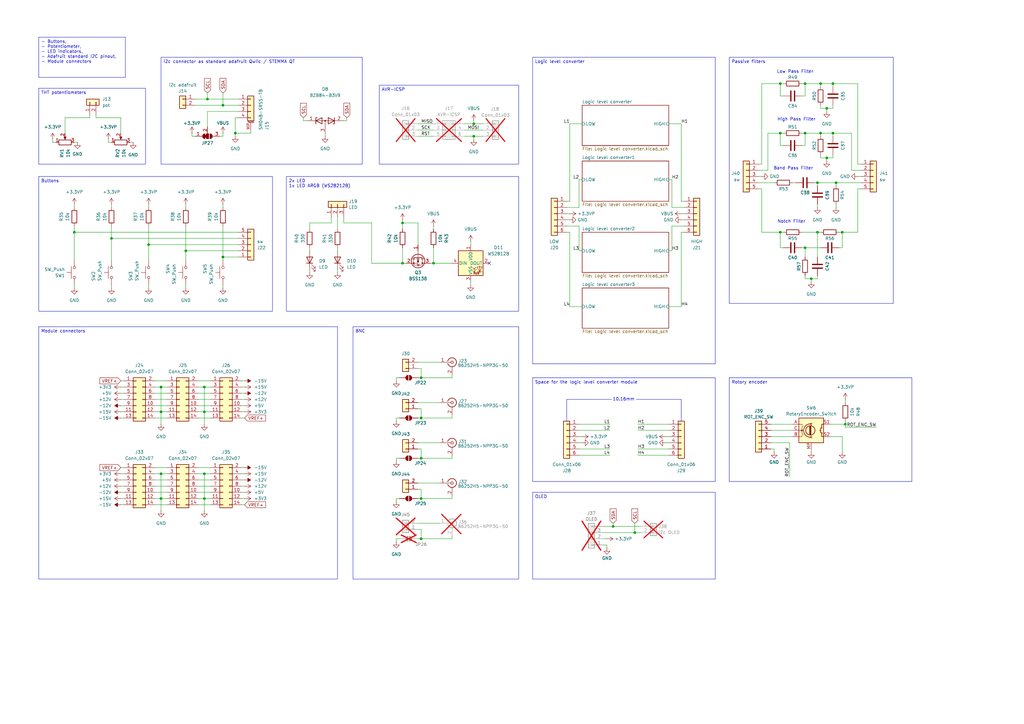
<source format=kicad_sch>
(kicad_sch (version 20250114) (generator "eeschema") (generator_version "9.0")
  (paper "A3")
  (title_block (title "rest of the things") (date "2026-01-13") (rev "0.0.2") (company "KN NaMi"))
  (text "Low Pass Filter" (at 326.136 29.464 0) (effects (font (size 1.27 1.27))))
  (text "Notch Filter" (at 324.612 90.932 0) (effects (font (size 1.27 1.27))))
  (text "Band Pass Filter" (at 325.374 69.088 0) (effects (font (size 1.27 1.27))))
  (text "High Pass Filter" (at 326.644 49.022 0) (effects (font (size 1.27 1.27))))
  (text "10.16mm" (at 255.778 163.83 0) (effects (font (size 1.27 1.27))))
  (text_box "Buttons" (at 15.875 72.39 0) (size 95.885 55.245) (margins 0.9525 0.9525 0.9525 0.9525) (effects (font (size 1.27 1.27)) (justify left top)))
  (text_box "i2c connector as standard adafruit Qwiic / STEMMA QT" (at 66.04 23.495 0) (size 82.55 43.815) (margins 0.9525 0.9525 0.9525 0.9525) (effects (font (size 1.27 1.27)) (justify left top)))
  (text_box "2x LED\n1x LED ARGB (WS28212B)" (at 117.475 72.39 0) (size 95.25 55.245) (margins 0.9525 0.9525 0.9525 0.9525) (effects (font (size 1.27 1.27)) (justify left top)))
  (text_box "Space for the logic level converter module" (at 218.44 154.94 0) (size 74.93 42.545) (margins 0.9525 0.9525 0.9525 0.9525) (effects (font (size 1.27 1.27)) (justify left top)))
  (text_box "Logic level converter" (at 218.44 23.495 0) (size 74.93 125.73) (margins 0.9525 0.9525 0.9525 0.9525) (effects (font (size 1.27 1.27)) (justify left top)))
  (text_box "Rotory encoder" (at 299.085 154.94 0) (size 74.93 42.545) (margins 0.9525 0.9525 0.9525 0.9525) (effects (font (size 1.27 1.27)) (justify left top)))
  (text_box "THT potentiometers" (at 15.875 36.195 0) (size 43.815 31.115) (margins 0.9525 0.9525 0.9525 0.9525) (effects (font (size 1.27 1.27)) (justify left top)))
  (text_box "AVR-ICSP" (at 155.575 34.925 0) (size 57.15 32.385) (margins 0.9525 0.9525 0.9525 0.9525) (effects (font (size 1.27 1.27)) (justify left top)))
  (text_box "BNC" (at 144.78 133.985 0) (size 67.945 103.505) (margins 0.9525 0.9525 0.9525 0.9525) (effects (font (size 1.27 1.27)) (justify left top)))
  (text_box "Passive filters" (at 299.085 23.495 0) (size 67.31 100.965) (margins 0.9525 0.9525 0.9525 0.9525) (effects (font (size 1.27 1.27)) (justify left top)))
  (text_box "Module connectors" (at 15.875 133.985 0) (size 122.555 103.505) (margins 0.9525 0.9525 0.9525 0.9525) (effects (font (size 1.27 1.27)) (justify left top)))
  (text_box "OLED" (at 218.44 201.93 0) (size 74.93 35.56) (margins 0.9525 0.9525 0.9525 0.9525) (effects (font (size 1.27 1.27)) (justify left top)))
  (text_box "- Buttons,\n- Potentiometer,\n- LED indicators,\n- Adafruit standard I2C pinout,\n- Module connectors" (at 15.875 15.24 0) (size 35.56 16.51) (margins 0.9525 0.9525 0.9525 0.9525) (effects (font (size 1.27 1.27)) (justify left top)))
  (junction (at 172.72 220.98))
  (junction (at 83.82 158.75))
  (junction (at 76.2 102.87))
  (junction (at 85.09 40.64))
  (junction (at 172.72 204.47))
  (junction (at 172.72 187.96))
  (junction (at 172.72 171.45))
  (junction (at 339.09 44.45))
  (junction (at 83.82 168.91))
  (junction (at 346.71 173.99))
  (junction (at 320.04 95.25))
  (junction (at 83.82 204.47))
  (junction (at 330.2 34.29))
  (junction (at 260.35 218.44))
  (junction (at 336.55 34.29))
  (junction (at 330.2 101.6))
  (junction (at 320.04 54.61))
  (junction (at 165.1 91.44))
  (junction (at 335.28 95.25))
  (junction (at 66.04 194.31))
  (junction (at 66.04 168.91))
  (junction (at 91.44 43.18))
  (junction (at 66.04 158.75))
  (junction (at 342.9 74.93))
  (junction (at 194.31 50.8))
  (junction (at 177.8 107.95))
  (junction (at 339.09 64.77))
  (junction (at 345.44 95.25))
  (junction (at 83.82 194.31))
  (junction (at 341.63 54.61))
  (junction (at 320.04 34.29))
  (junction (at 341.63 34.29))
  (junction (at 66.04 204.47))
  (junction (at 335.28 74.93))
  (junction (at 45.72 97.79))
  (junction (at 30.48 95.25))
  (junction (at 251.46 215.9))
  (junction (at 96.52 54.61))
  (junction (at 91.44 105.41))
  (junction (at 60.96 100.33))
  (junction (at 336.55 54.61))
  (junction (at 330.2 54.61))
  (junction (at 172.72 154.94))
  (junction (at 194.31 55.88))
  (junction (at 332.74 114.3))
  (junction (at 165.1 107.95))
  (no_connect (at 200.66 107.95))
  (wire (pts (xy 49.53 196.85) (xy 50.8 196.85)))
  (wire (pts (xy 171.45 204.47) (xy 172.72 204.47)))
  (wire (pts (xy 311.15 72.39) (xy 312.42 72.39)))
  (wire (pts (xy 81.28 156.21) (xy 86.36 156.21)))
  (wire (pts (xy 99.06 191.77) (xy 100.33 191.77)))
  (wire (pts (xy 345.44 101.6) (xy 345.44 95.25)))
  (wire (pts (xy 63.5 191.77) (xy 68.58 191.77)))
  (wire (pts (xy 339.09 44.45) (xy 339.09 45.72)))
  (wire (pts (xy 49.53 191.77) (xy 50.8 191.77)))
  (wire (pts (xy 349.25 54.61) (xy 341.63 54.61)))
  (wire (pts (xy 279.4 87.63) (xy 280.67 87.63)))
  (wire (pts (xy 232.41 95.25) (xy 233.68 95.25)))
  (wire (pts (xy 274.32 50.8) (xy 279.4 50.8)))
  (wire (pts (xy 312.42 34.29) (xy 320.04 34.29)))
  (wire (pts (xy 353.06 69.85) (xy 349.25 69.85)))
  (wire (pts (xy 171.45 167.64) (xy 172.72 167.64)))
  (wire (pts (xy 165.1 93.98) (xy 165.1 91.44)))
  (wire (pts (xy 152.4 107.95) (xy 165.1 107.95)))
  (wire (pts (xy 351.79 72.39) (xy 353.06 72.39)))
  (wire (pts (xy 171.45 184.15) (xy 172.72 184.15)))
  (wire (pts (xy 140.97 88.9) (xy 140.97 91.44)))
  (wire (pts (xy 172.72 151.13) (xy 171.45 151.13)))
  (wire (pts (xy 162.56 222.25) (xy 162.56 220.98)))
  (wire (pts (xy 100.33 207.01) (xy 99.06 207.01)))
  (wire (pts (xy 81.28 201.93) (xy 86.36 201.93)))
  (wire (pts (xy 165.1 91.44) (xy 171.45 91.44)))
  (wire (pts (xy 66.04 209.55) (xy 66.04 204.47)))
  (wire (pts (xy 275.59 102.87) (xy 274.32 102.87)))
  (wire (pts (xy 349.25 69.85) (xy 349.25 54.61)))
  (wire (pts (xy 172.72 154.94) (xy 185.42 154.94)))
  (wire (pts (xy 162.56 172.72) (xy 162.56 171.45)))
  (wire (pts (xy 81.28 163.83) (xy 86.36 163.83)))
  (wire (pts (xy 30.48 92.71) (xy 30.48 95.25)))
  (wire (pts (xy 320.04 101.6) (xy 321.31 101.6)))
  (wire (pts (xy 81.28 158.75) (xy 83.82 158.75)))
  (wire (pts (xy 30.48 95.25) (xy 30.48 106.68)))
  (wire (pts (xy 251.46 214.63) (xy 251.46 215.9)))
  (wire (pts (xy 351.79 34.29) (xy 341.63 34.29)))
  (wire (pts (xy 171.45 217.17) (xy 172.72 217.17)))
  (wire (pts (xy 273.05 179.07) (xy 274.32 179.07)))
  (wire (pts (xy 323.85 195.58) (xy 323.85 181.61)))
  (wire (pts (xy 332.74 184.15) (xy 332.74 185.42)))
  (wire (pts (xy 330.2 54.61) (xy 336.55 54.61)))
  (wire (pts (xy 328.93 39.37) (xy 330.2 39.37)))
  (wire (pts (xy 260.35 214.63) (xy 260.35 218.44)))
  (wire (pts (xy 63.5 204.47) (xy 66.04 204.47)))
  (wire (pts (xy 171.45 198.12) (xy 180.34 198.12)))
  (wire (pts (xy 83.82 158.75) (xy 86.36 158.75)))
  (wire (pts (xy 330.2 34.29) (xy 336.55 34.29)))
  (wire (pts (xy 66.04 194.31) (xy 66.04 204.47)))
  (wire (pts (xy 280.67 85.09) (xy 275.59 85.09)))
  (wire (pts (xy 135.89 91.44) (xy 127 91.44)))
  (wire (pts (xy 280.67 82.55) (xy 279.4 82.55)))
  (wire (pts (xy 60.96 118.11) (xy 60.96 116.84)))
  (wire (pts (xy 353.06 77.47) (xy 351.79 77.47)))
  (wire (pts (xy 171.45 181.61) (xy 180.34 181.61)))
  (wire (pts (xy 336.55 44.45) (xy 339.09 44.45)))
  (wire (pts (xy 316.23 176.53) (xy 325.12 176.53)))
  (wire (pts (xy 248.92 223.52) (xy 247.65 223.52)))
  (wire (pts (xy 172.72 187.96) (xy 185.42 187.96)))
  (wire (pts (xy 100.33 171.45) (xy 99.06 171.45)))
  (wire (pts (xy 140.97 91.44) (xy 152.4 91.44)))
  (wire (pts (xy 185.42 186.69) (xy 185.42 187.96)))
  (wire (pts (xy 127 101.6) (xy 127 102.87)))
  (wire (pts (xy 311.15 74.93) (xy 317.5 74.93)))
  (wire (pts (xy 171.45 91.44) (xy 171.45 100.33)))
  (wire (pts (xy 335.28 95.25) (xy 335.28 105.41)))
  (wire (pts (xy 279.4 90.17) (xy 280.67 90.17)))
  (wire (pts (xy 49.53 156.21) (xy 50.8 156.21)))
  (wire (pts (xy 172.72 204.47) (xy 172.72 200.66)))
  (wire (pts (xy 49.53 171.45) (xy 50.8 171.45)))
  (wire (pts (xy 100.33 168.91) (xy 99.06 168.91)))
  (polyline (pts (xy 260.985 163.83) (xy 279.4 163.83)))
  (wire (pts (xy 60.96 100.33) (xy 60.96 106.68)))
  (wire (pts (xy 66.04 204.47) (xy 68.58 204.47)))
  (wire (pts (xy 185.42 154.94) (xy 185.42 153.67)))
  (wire (pts (xy 31.75 58.42) (xy 30.48 58.42)))
  (wire (pts (xy 341.63 63.5) (xy 341.63 64.77)))
  (wire (pts (xy 81.28 194.31) (xy 83.82 194.31)))
  (wire (pts (xy 162.56 154.94) (xy 163.83 154.94)))
  (wire (pts (xy 171.45 53.34) (xy 177.8 53.34)))
  (wire (pts (xy 328.93 34.29) (xy 330.2 34.29)))
  (wire (pts (xy 335.28 95.25) (xy 328.93 95.25)))
  (wire (pts (xy 171.45 165.1) (xy 180.34 165.1)))
  (wire (pts (xy 351.79 95.25) (xy 345.44 95.25)))
  (wire (pts (xy 316.23 173.99) (xy 325.12 173.99)))
  (wire (pts (xy 80.01 43.18) (xy 91.44 43.18)))
  (wire (pts (xy 63.5 199.39) (xy 68.58 199.39)))
  (wire (pts (xy 165.1 101.6) (xy 165.1 107.95)))
  (wire (pts (xy 83.82 209.55) (xy 83.82 204.47)))
  (wire (pts (xy 76.2 102.87) (xy 76.2 106.68)))
  (wire (pts (xy 336.55 54.61) (xy 341.63 54.61)))
  (wire (pts (xy 351.79 77.47) (xy 351.79 95.25)))
  (wire (pts (xy 60.96 83.82) (xy 60.96 85.09)))
  (wire (pts (xy 49.53 194.31) (xy 50.8 194.31)))
  (polyline (pts (xy 250.825 163.83) (xy 232.41 163.83)))
  (wire (pts (xy 138.43 101.6) (xy 138.43 102.87)))
  (wire (pts (xy 99.06 156.21) (xy 100.33 156.21)))
  (wire (pts (xy 237.49 102.87) (xy 238.76 102.87)))
  (wire (pts (xy 96.52 54.61) (xy 102.87 54.61)))
  (wire (pts (xy 194.31 49.53) (xy 194.31 50.8)))
  (wire (pts (xy 63.5 161.29) (xy 68.58 161.29)))
  (wire (pts (xy 237.49 92.71) (xy 237.49 102.87)))
  (wire (pts (xy 334.01 74.93) (xy 335.28 74.93)))
  (wire (pts (xy 261.62 173.99) (xy 274.32 173.99)))
  (wire (pts (xy 336.55 43.18) (xy 336.55 44.45)))
  (wire (pts (xy 124.46 49.53) (xy 125.73 49.53)))
  (wire (pts (xy 172.72 220.98) (xy 185.42 220.98)))
  (wire (pts (xy 76.2 92.71) (xy 76.2 102.87)))
  (wire (pts (xy 100.33 158.75) (xy 99.06 158.75)))
  (wire (pts (xy 311.15 77.47) (xy 312.42 77.47)))
  (wire (pts (xy 275.59 92.71) (xy 280.67 92.71)))
  (wire (pts (xy 250.19 186.69) (xy 237.49 186.69)))
  (wire (pts (xy 336.55 63.5) (xy 336.55 64.77)))
  (wire (pts (xy 83.82 173.99) (xy 83.82 168.91)))
  (wire (pts (xy 100.33 194.31) (xy 99.06 194.31)))
  (wire (pts (xy 44.45 58.42) (xy 45.72 58.42)))
  (wire (pts (xy 194.31 50.8) (xy 198.12 50.8)))
  (wire (pts (xy 127 91.44) (xy 127 93.98)))
  (wire (pts (xy 238.76 179.07) (xy 237.49 179.07)))
  (wire (pts (xy 49.53 48.26) (xy 39.37 48.26)))
  (wire (pts (xy 66.04 158.75) (xy 66.04 168.91)))
  (wire (pts (xy 328.93 54.61) (xy 330.2 54.61)))
  (wire (pts (xy 171.45 148.59) (xy 180.34 148.59)))
  (wire (pts (xy 320.04 59.69) (xy 321.31 59.69)))
  (wire (pts (xy 172.72 171.45) (xy 172.72 167.64)))
  (wire (pts (xy 76.2 118.11) (xy 76.2 116.84)))
  (wire (pts (xy 330.2 101.6) (xy 336.55 101.6)))
  (wire (pts (xy 232.41 85.09) (xy 237.49 85.09)))
  (wire (pts (xy 91.44 105.41) (xy 97.79 105.41)))
  (wire (pts (xy 346.71 163.83) (xy 346.71 165.1)))
  (wire (pts (xy 312.42 77.47) (xy 312.42 95.25)))
  (wire (pts (xy 330.2 114.3) (xy 332.74 114.3)))
  (wire (pts (xy 171.45 214.63) (xy 180.34 214.63)))
  (wire (pts (xy 97.79 48.26) (xy 96.52 48.26)))
  (wire (pts (xy 45.72 118.11) (xy 45.72 116.84)))
  (wire (pts (xy 39.37 48.26) (xy 39.37 46.99)))
  (wire (pts (xy 336.55 54.61) (xy 336.55 55.88)))
  (wire (pts (xy 162.56 171.45) (xy 163.83 171.45)))
  (wire (pts (xy 237.49 73.66) (xy 238.76 73.66)))
  (wire (pts (xy 81.28 196.85) (xy 86.36 196.85)))
  (wire (pts (xy 172.72 187.96) (xy 172.72 184.15)))
  (wire (pts (xy 63.5 171.45) (xy 68.58 171.45)))
  (wire (pts (xy 83.82 204.47) (xy 86.36 204.47)))
  (wire (pts (xy 162.56 220.98) (xy 163.83 220.98)))
  (wire (pts (xy 81.28 171.45) (xy 86.36 171.45)))
  (wire (pts (xy 63.5 158.75) (xy 66.04 158.75)))
  (wire (pts (xy 185.42 204.47) (xy 185.42 203.2)))
  (wire (pts (xy 81.28 168.91) (xy 83.82 168.91)))
  (wire (pts (xy 177.8 107.95) (xy 185.42 107.95)))
  (wire (pts (xy 314.96 69.85) (xy 314.96 54.61)))
  (wire (pts (xy 317.5 184.15) (xy 316.23 184.15)))
  (wire (pts (xy 321.31 54.61) (xy 320.04 54.61)))
  (wire (pts (xy 81.28 204.47) (xy 83.82 204.47)))
  (wire (pts (xy 335.28 114.3) (xy 335.28 113.03)))
  (wire (pts (xy 85.09 38.1) (xy 85.09 40.64)))
  (wire (pts (xy 247.65 218.44) (xy 260.35 218.44)))
  (wire (pts (xy 44.45 57.15) (xy 44.45 58.42)))
  (wire (pts (xy 91.44 118.11) (xy 91.44 116.84)))
  (wire (pts (xy 49.53 207.01) (xy 50.8 207.01)))
  (wire (pts (xy 63.5 166.37) (xy 68.58 166.37)))
  (wire (pts (xy 336.55 64.77) (xy 339.09 64.77)))
  (wire (pts (xy 165.1 107.95) (xy 166.37 107.95)))
  (wire (pts (xy 261.62 186.69) (xy 274.32 186.69)))
  (wire (pts (xy 261.62 176.53) (xy 274.32 176.53)))
  (wire (pts (xy 248.92 224.79) (xy 248.92 223.52)))
  (wire (pts (xy 317.5 185.42) (xy 317.5 184.15)))
  (wire (pts (xy 162.56 189.23) (xy 162.56 187.96)))
  (wire (pts (xy 332.74 114.3) (xy 332.74 115.57)))
  (wire (pts (xy 323.85 181.61) (xy 316.23 181.61)))
  (wire (pts (xy 60.96 92.71) (xy 60.96 100.33)))
  (wire (pts (xy 138.43 88.9) (xy 138.43 93.98)))
  (wire (pts (xy 49.53 201.93) (xy 50.8 201.93)))
  (wire (pts (xy 85.09 40.64) (xy 97.79 40.64)))
  (wire (pts (xy 91.44 54.61) (xy 91.44 55.88)))
  (wire (pts (xy 359.41 175.26) (xy 346.71 175.26)))
  (wire (pts (xy 232.41 92.71) (xy 237.49 92.71)))
  (wire (pts (xy 96.52 55.88) (xy 96.52 54.61)))
  (wire (pts (xy 100.33 163.83) (xy 99.06 163.83)))
  (wire (pts (xy 49.53 166.37) (xy 50.8 166.37)))
  (wire (pts (xy 49.53 158.75) (xy 50.8 158.75)))
  (wire (pts (xy 63.5 196.85) (xy 68.58 196.85)))
  (wire (pts (xy 275.59 92.71) (xy 275.59 102.87)))
  (wire (pts (xy 320.04 95.25) (xy 320.04 101.6)))
  (wire (pts (xy 312.42 67.31) (xy 312.42 34.29)))
  (wire (pts (xy 100.33 166.37) (xy 99.06 166.37)))
  (wire (pts (xy 83.82 168.91) (xy 86.36 168.91)))
  (wire (pts (xy 237.49 73.66) (xy 237.49 85.09)))
  (wire (pts (xy 321.31 34.29) (xy 320.04 34.29)))
  (wire (pts (xy 162.56 156.21) (xy 162.56 154.94)))
  (wire (pts (xy 185.42 220.98) (xy 185.42 219.71)))
  (wire (pts (xy 83.82 158.75) (xy 83.82 168.91)))
  (wire (pts (xy 336.55 95.25) (xy 335.28 95.25)))
  (wire (pts (xy 81.28 191.77) (xy 86.36 191.77)))
  (wire (pts (xy 124.46 48.26) (xy 124.46 49.53)))
  (wire (pts (xy 316.23 179.07) (xy 325.12 179.07)))
  (wire (pts (xy 344.17 101.6) (xy 345.44 101.6)))
  (wire (pts (xy 194.31 55.88) (xy 194.31 57.15)))
  (wire (pts (xy 341.63 34.29) (xy 341.63 35.56)))
  (wire (pts (xy 76.2 83.82) (xy 76.2 85.09)))
  (wire (pts (xy 275.59 73.66) (xy 274.32 73.66)))
  (wire (pts (xy 100.33 161.29) (xy 99.06 161.29)))
  (wire (pts (xy 49.53 204.47) (xy 50.8 204.47)))
  (polyline (pts (xy 232.41 163.83) (xy 232.41 172.72)))
  (wire (pts (xy 194.31 55.88) (xy 198.12 55.88)))
  (wire (pts (xy 351.79 67.31) (xy 351.79 34.29)))
  (wire (pts (xy 312.42 95.25) (xy 320.04 95.25)))
  (wire (pts (xy 30.48 118.11) (xy 30.48 116.84)))
  (wire (pts (xy 336.55 34.29) (xy 341.63 34.29)))
  (wire (pts (xy 341.63 43.18) (xy 341.63 44.45)))
  (wire (pts (xy 232.41 90.17) (xy 233.68 90.17)))
  (wire (pts (xy 330.2 54.61) (xy 330.2 59.69)))
  (wire (pts (xy 279.4 95.25) (xy 279.4 125.73)))
  (wire (pts (xy 332.74 114.3) (xy 335.28 114.3)))
  (wire (pts (xy 135.89 88.9) (xy 135.89 91.44)))
  (wire (pts (xy 261.62 184.15) (xy 274.32 184.15)))
  (wire (pts (xy 100.33 196.85) (xy 99.06 196.85)))
  (wire (pts (xy 45.72 97.79) (xy 45.72 106.68)))
  (wire (pts (xy 80.01 40.64) (xy 85.09 40.64)))
  (wire (pts (xy 63.5 163.83) (xy 68.58 163.83)))
  (wire (pts (xy 328.93 101.6) (xy 330.2 101.6)))
  (wire (pts (xy 238.76 181.61) (xy 237.49 181.61)))
  (wire (pts (xy 233.68 50.8) (xy 238.76 50.8)))
  (wire (pts (xy 171.45 55.88) (xy 177.8 55.88)))
  (wire (pts (xy 172.72 217.17) (xy 172.72 220.98)))
  (wire (pts (xy 311.15 67.31) (xy 312.42 67.31)))
  (wire (pts (xy 66.04 194.31) (xy 68.58 194.31)))
  (wire (pts (xy 320.04 54.61) (xy 320.04 59.69)))
  (wire (pts (xy 247.65 220.98) (xy 248.92 220.98)))
  (wire (pts (xy 185.42 170.18) (xy 185.42 171.45)))
  (wire (pts (xy 66.04 168.91) (xy 68.58 168.91)))
  (wire (pts (xy 85.09 45.72) (xy 97.79 45.72)))
  (wire (pts (xy 345.44 185.42) (xy 345.44 179.07)))
  (wire (pts (xy 45.72 92.71) (xy 45.72 97.79)))
  (wire (pts (xy 345.44 95.25) (xy 344.17 95.25)))
  (wire (pts (xy 142.24 48.26) (xy 142.24 49.53)))
  (wire (pts (xy 171.45 200.66) (xy 172.72 200.66)))
  (wire (pts (xy 330.2 34.29) (xy 330.2 39.37)))
  (wire (pts (xy 162.56 204.47) (xy 163.83 204.47)))
  (wire (pts (xy 81.28 199.39) (xy 86.36 199.39)))
  (wire (pts (xy 100.33 204.47) (xy 99.06 204.47)))
  (wire (pts (xy 250.19 173.99) (xy 237.49 173.99)))
  (polyline (pts (xy 279.4 163.83) (xy 279.4 172.72)))
  (wire (pts (xy 232.41 82.55) (xy 233.68 82.55)))
  (wire (pts (xy 336.55 34.29) (xy 336.55 35.56)))
  (wire (pts (xy 280.67 95.25) (xy 279.4 95.25)))
  (wire (pts (xy 335.28 85.09) (xy 335.28 83.82)))
  (wire (pts (xy 233.68 82.55) (xy 233.68 50.8)))
  (wire (pts (xy 176.53 107.95) (xy 177.8 107.95)))
  (wire (pts (xy 162.56 187.96) (xy 163.83 187.96)))
  (wire (pts (xy 78.74 55.88) (xy 80.01 55.88)))
  (wire (pts (xy 26.67 48.26) (xy 26.67 54.61)))
  (wire (pts (xy 279.4 82.55) (xy 279.4 50.8)))
  (wire (pts (xy 171.45 50.8) (xy 177.8 50.8)))
  (wire (pts (xy 49.53 163.83) (xy 50.8 163.83)))
  (wire (pts (xy 341.63 54.61) (xy 341.63 55.88)))
  (wire (pts (xy 345.44 179.07) (xy 340.36 179.07)))
  (wire (pts (xy 152.4 91.44) (xy 152.4 107.95)))
  (wire (pts (xy 63.5 194.31) (xy 66.04 194.31)))
  (wire (pts (xy 91.44 38.1) (xy 91.44 43.18)))
  (wire (pts (xy 172.72 171.45) (xy 185.42 171.45)))
  (wire (pts (xy 127 111.76) (xy 127 110.49)))
  (wire (pts (xy 83.82 194.31) (xy 86.36 194.31)))
  (wire (pts (xy 190.5 55.88) (xy 194.31 55.88)))
  (wire (pts (xy 91.44 92.71) (xy 91.44 105.41)))
  (wire (pts (xy 320.04 39.37) (xy 321.31 39.37)))
  (wire (pts (xy 346.71 173.99) (xy 340.36 173.99)))
  (wire (pts (xy 279.4 125.73) (xy 274.32 125.73)))
  (wire (pts (xy 330.2 101.6) (xy 330.2 105.41)))
  (wire (pts (xy 81.28 161.29) (xy 86.36 161.29)))
  (wire (pts (xy 138.43 111.76) (xy 138.43 110.49)))
  (wire (pts (xy 171.45 220.98) (xy 172.72 220.98)))
  (wire (pts (xy 21.59 58.42) (xy 22.86 58.42)))
  (wire (pts (xy 30.48 83.82) (xy 30.48 85.09)))
  (wire (pts (xy 36.83 48.26) (xy 26.67 48.26)))
  (wire (pts (xy 49.53 199.39) (xy 50.8 199.39)))
  (wire (pts (xy 102.87 53.34) (xy 102.87 54.61)))
  (wire (pts (xy 232.41 87.63) (xy 233.68 87.63)))
  (wire (pts (xy 171.45 154.94) (xy 172.72 154.94)))
  (wire (pts (xy 342.9 83.82) (xy 342.9 85.09)))
  (wire (pts (xy 63.5 201.93) (xy 68.58 201.93)))
  (wire (pts (xy 91.44 43.18) (xy 97.79 43.18)))
  (wire (pts (xy 165.1 90.17) (xy 165.1 91.44)))
  (wire (pts (xy 250.19 176.53) (xy 237.49 176.53)))
  (wire (pts (xy 172.72 204.47) (xy 185.42 204.47)))
  (wire (pts (xy 100.33 201.93) (xy 99.06 201.93)))
  (wire (pts (xy 100.33 199.39) (xy 99.06 199.39)))
  (wire (pts (xy 45.72 83.82) (xy 45.72 85.09)))
  (wire (pts (xy 76.2 102.87) (xy 97.79 102.87)))
  (wire (pts (xy 193.04 116.84) (xy 193.04 115.57)))
  (wire (pts (xy 346.71 175.26) (xy 346.71 173.99)))
  (wire (pts (xy 21.59 57.15) (xy 21.59 58.42)))
  (wire (pts (xy 177.8 107.95) (xy 177.8 101.6)))
  (wire (pts (xy 85.09 52.07) (xy 85.09 45.72)))
  (wire (pts (xy 96.52 48.26) (xy 96.52 54.61)))
  (wire (pts (xy 190.5 50.8) (xy 194.31 50.8)))
  (wire (pts (xy 335.28 74.93) (xy 342.9 74.93)))
  (wire (pts (xy 91.44 105.41) (xy 91.44 106.68)))
  (wire (pts (xy 260.35 218.44) (xy 262.89 218.44)))
  (wire (pts (xy 171.45 171.45) (xy 172.72 171.45)))
  (wire (pts (xy 91.44 55.88) (xy 90.17 55.88)))
  (wire (pts (xy 233.68 95.25) (xy 233.68 125.73)))
  (wire (pts (xy 133.35 54.61) (xy 133.35 55.88)))
  (wire (pts (xy 342.9 74.93) (xy 342.9 76.2)))
  (wire (pts (xy 177.8 92.71) (xy 177.8 93.98)))
  (wire (pts (xy 320.04 34.29) (xy 320.04 39.37)))
  (wire (pts (xy 83.82 194.31) (xy 83.82 204.47)))
  (wire (pts (xy 233.68 125.73) (xy 238.76 125.73)))
  (wire (pts (xy 66.04 168.91) (xy 66.04 173.99)))
  (wire (pts (xy 250.19 184.15) (xy 237.49 184.15)))
  (wire (pts (xy 54.61 58.42) (xy 53.34 58.42)))
  (wire (pts (xy 91.44 83.82) (xy 91.44 85.09)))
  (wire (pts (xy 30.48 95.25) (xy 97.79 95.25)))
  (wire (pts (xy 353.06 67.31) (xy 351.79 67.31)))
  (wire (pts (xy 247.65 215.9) (xy 251.46 215.9)))
  (wire (pts (xy 171.45 187.96) (xy 172.72 187.96)))
  (wire (pts (xy 314.96 54.61) (xy 320.04 54.61)))
  (wire (pts (xy 49.53 54.61) (xy 49.53 48.26)))
  (wire (pts (xy 328.93 59.69) (xy 330.2 59.69)))
  (wire (pts (xy 330.2 113.03) (xy 330.2 114.3)))
  (wire (pts (xy 325.12 74.93) (xy 326.39 74.93)))
  (wire (pts (xy 63.5 207.01) (xy 68.58 207.01)))
  (wire (pts (xy 339.09 44.45) (xy 341.63 44.45)))
  (wire (pts (xy 342.9 74.93) (xy 353.06 74.93)))
  (wire (pts (xy 339.09 64.77) (xy 339.09 66.04)))
  (wire (pts (xy 81.28 207.01) (xy 86.36 207.01)))
  (wire (pts (xy 142.24 49.53) (xy 140.97 49.53)))
  (wire (pts (xy 36.83 46.99) (xy 36.83 48.26)))
  (wire (pts (xy 346.71 172.72) (xy 346.71 173.99)))
  (wire (pts (xy 49.53 161.29) (xy 50.8 161.29)))
  (wire (pts (xy 66.04 158.75) (xy 68.58 158.75)))
  (wire (pts (xy 339.09 64.77) (xy 341.63 64.77)))
  (wire (pts (xy 60.96 100.33) (xy 97.79 100.33)))
  (wire (pts (xy 273.05 181.61) (xy 274.32 181.61)))
  (wire (pts (xy 335.28 74.93) (xy 335.28 76.2)))
  (wire (pts (xy 63.5 156.21) (xy 68.58 156.21)))
  (wire (pts (xy 78.74 54.61) (xy 78.74 55.88)))
  (wire (pts (xy 63.5 168.91) (xy 66.04 168.91)))
  (wire (pts (xy 321.31 95.25) (xy 320.04 95.25)))
  (wire (pts (xy 251.46 215.9) (xy 262.89 215.9)))
  (wire (pts (xy 45.72 97.79) (xy 97.79 97.79)))
  (wire (pts (xy 311.15 69.85) (xy 314.96 69.85)))
  (wire (pts (xy 275.59 73.66) (xy 275.59 85.09)))
  (wire (pts (xy 193.04 99.06) (xy 193.04 100.33)))
  (wire (pts (xy 81.28 166.37) (xy 86.36 166.37)))
  (wire (pts (xy 49.53 168.91) (xy 50.8 168.91)))
  (wire (pts (xy 162.56 205.74) (xy 162.56 204.47)))
  (wire (pts (xy 190.5 53.34) (xy 198.12 53.34)))
  (wire (pts (xy 172.72 154.94) (xy 172.72 151.13)))
  (label "H1" (at 279.4 50.8 0))
  (label "ROT_ENC_SW" (at 359.41 175.26 180))
  (label "L1" (at 233.68 50.8 180))
  (label "SCK" (at 172.72 53.34 0))
  (label "H2" (at 261.62 176.53 0))
  (label "H4" (at 261.62 186.69 0))
  (label "H2" (at 275.59 73.66 0))
  (label "H3" (at 261.62 184.15 0))
  (label "ROT_ENC_SW" (at 323.85 195.58 90))
  (label "L2" (at 250.19 176.53 180))
  (label "L2" (at 237.49 73.66 180))
  (label "H3" (at 275.59 102.87 0))
  (label "MOSI" (at 191.77 53.34 0))
  (label "L4" (at 233.68 125.73 180))
  (label "H4" (at 279.4 125.73 0))
  (label "L4" (at 250.19 186.69 180))
  (label "L1" (at 250.19 173.99 180))
  (label "H1" (at 261.62 173.99 0))
  (label "L3" (at 237.49 102.87 180))
  (label "L3" (at 250.19 184.15 180))
  (label "MISO" (at 172.72 50.8 0))
  (label "RST" (at 172.72 55.88 0))
  (global_label "VREF+" (shape input) (at 100.33 207.01 0) (property "Intersheetrefs" "${INTERSHEET_REFS}" (effects (hide yes))))
  (global_label "SDA" (shape input) (at 91.44 38.1 90) (property "Intersheetrefs" "${INTERSHEET_REFS}" (effects (hide yes))))
  (global_label "VREF+" (shape input) (at 49.53 191.77 180) (property "Intersheetrefs" "${INTERSHEET_REFS}" (effects (hide yes))))
  (global_label "SDA" (shape input) (at 142.24 48.26 90) (property "Intersheetrefs" "${INTERSHEET_REFS}" (effects (hide yes))))
  (global_label "SCL" (shape input) (at 260.35 214.63 90) (property "Intersheetrefs" "${INTERSHEET_REFS}" (effects (hide yes))))
  (global_label "SDA" (shape input) (at 251.46 214.63 90) (property "Intersheetrefs" "${INTERSHEET_REFS}" (effects (hide yes))))
  (global_label "VREF+" (shape input) (at 49.53 156.21 180) (property "Intersheetrefs" "${INTERSHEET_REFS}" (effects (hide yes))))
  (global_label "VREF+" (shape input) (at 100.33 171.45 0) (property "Intersheetrefs" "${INTERSHEET_REFS}" (effects (hide yes))))
  (global_label "SCL" (shape input) (at 85.09 38.1 90) (property "Intersheetrefs" "${INTERSHEET_REFS}" (effects (hide yes))))
  (global_label "SCL" (shape input) (at 124.46 48.26 90) (property "Intersheetrefs" "${INTERSHEET_REFS}" (effects (hide yes))))
  (symbol (lib_id "power:+3.3VP") (at 30.48 83.82 0) (unit 1)
    (property "Reference" "#PWR0106" (effects (hide yes)))
    (property "Value" "+3.3VP" (at 30.48 78.74 0))
    (property "Description" "Power symbol creates a global label with name \"+3.3VP\"" (effects (hide yes)))
  )
  (symbol (lib_id "power:GND") (at 233.68 90.17 90) (unit 1)
    (property "Reference" "#PWR0115" (effects (hide yes)))
    (property "Value" "GND" (at 236.855 90.17 90) (effects (justify right)))
    (property "Description" "Power symbol creates a global label with name \"GND\" , ground" (effects (hide yes)))
  )
  (symbol (lib_id "Device:R_Potentiometer") (at 49.53 58.42 90) (unit 1)
    (property "Reference" "RV2" (at 48.2599 60.96 0) (effects (justify right)))
    (property "Value" "10k" (at 50.7999 60.96 0) (effects (justify right)))
    (property "Footprint" "Potentiometer_THT:Potentiometer_Bourns_3296W_Vertical" (effects (hide yes)))
    (property "Description" "Potentiometer" (effects (hide yes)))
  )
  (symbol (lib_id "power:-15V") (at 100.33 191.77 270) (mirror x) (unit 1)
    (property "Reference" "#PWR0164" (effects (hide yes)))
    (property "Value" "-15V" (at 104.14 191.7699 90) (effects (justify left)))
    (property "Description" "Power symbol creates a global label with name \"-15V\"" (effects (hide yes)))
  )
  (symbol (lib_id "Connector_Generic_MountingPin:Conn_01x04_MountingPin") (at 102.87 43.18 0) (unit 1)
    (property "Reference" "J15" (at 109.474 53.34 90) (effects (justify left)))
    (property "Value" "SM04B-SRSS-TB" (at 106.934 53.34 90) (effects (justify left)))
    (property "Footprint" "Connector_JST:JST_SH_SM04B-SRSS-TB_1x04-1MP_P1.00mm_Horizontal" (effects (hide yes)))
    (property "Description" "Generic connectable mounting pin connector, single row, 01x04, script generated (kicad-library-utils/schlib/autogen/connector/)" (effects (hide yes)))
  )
  (symbol (lib_id "Connector_Generic:Conn_01x05") (at 102.87 100.33 0) (mirror x) (unit 1)
    (property "Reference" "J22" (at 105.41 101.6001 0) (effects (justify left)))
    (property "Value" "sw" (at 105.41 99.0601 0) (effects (justify left)))
    (property "Footprint" "Connector_PinHeader_2.54mm:PinHeader_1x05_P2.54mm_Vertical" (effects (hide yes)))
    (property "Description" "Generic connector, single row, 01x05, script generated (kicad-library-utils/schlib/autogen/connector/)" (effects (hide yes)))
  )
  (symbol (lib_id "power:GND") (at 138.43 111.76 0) (unit 1)
    (property "Reference" "#PWR0121" (effects (hide yes)))
    (property "Value" "GND" (at 138.43 116.84 0))
    (property "Description" "Power symbol creates a global label with name \"GND\" , ground" (effects (hide yes)))
  )
  (symbol (lib_id "power:GND") (at 127 111.76 0) (unit 1)
    (property "Reference" "#PWR0120" (effects (hide yes)))
    (property "Value" "GND" (at 127 116.84 0))
    (property "Description" "Power symbol creates a global label with name \"GND\" , ground" (effects (hide yes)))
  )
  (symbol (lib_id "Switch:SW_Push") (at 91.44 111.76 90) (mirror x) (unit 1)
    (property "Reference" "SW5" (at 84.074 108.204 0) (effects (justify left)))
    (property "Value" "SW_Push" (at 86.614 108.204 0) (effects (justify left)))
    (property "Footprint" "Button_Switch_THT:SW_PUSH_6mm_H5mm" (effects (hide yes)))
    (property "Description" "Push button switch, generic, two pins" (effects (hide yes)))
  )
  (symbol (lib_id "Connector_Generic:Conn_01x02") (at 166.37 184.15 180) (unit 1)
    (property "Reference" "J43" (at 166.37 178.054 0))
    (property "Footprint" "Connector_PinHeader_2.54mm:PinHeader_1x02_P2.54mm_Vertical" (effects (hide yes)))
    (property "Description" "Generic connector, single row, 01x02, script generated (kicad-library-utils/schlib/autogen/connector/)" (effects (hide yes)))
  )
  (symbol (lib_id "Device:R") (at 177.8 97.79 0) (mirror x) (unit 1)
    (property "Reference" "R43" (at 183.134 97.79 90))
    (property "Value" "10k" (at 180.594 97.79 90))
    (property "Footprint" "Resistor_SMD:R_0603_1608Metric_Pad0.98x0.95mm_HandSolder" (effects (hide yes)))
    (property "Description" "Resistor" (effects (hide yes)))
  )
  (symbol (lib_id "Connector_Generic:Conn_01x06") (at 232.41 179.07 0) (mirror y) (unit 1)
    (property "Reference" "J28" (at 232.41 193.04 0))
    (property "Value" "Conn_01x06" (at 232.41 190.5 0))
    (property "Footprint" "Connector_PinSocket_2.54mm:PinSocket_1x06_P2.54mm_Vertical" (effects (hide yes)))
    (property "Description" "Generic connector, single row, 01x06, script generated (kicad-library-utils/schlib/autogen/connector/)" (effects (hide yes)))
  )
  (symbol (lib_id "power:+3.3VP") (at 165.1 90.17 0) (unit 1)
    (property "Reference" "#PWR0111" (effects (hide yes)))
    (property "Value" "+3.3VP" (at 165.1 85.09 0))
    (property "Description" "Power symbol creates a global label with name \"+3.3VP\"" (effects (hide yes)))
  )
  (symbol (lib_id "power:+15V") (at 49.53 204.47 90) (unit 1)
    (property "Reference" "#PWR0160" (effects (hide yes)))
    (property "Value" "+15V" (at 45.72 204.4699 90) (effects (justify left)))
    (property "Description" "Power symbol creates a global label with name \"+15V\"" (effects (hide yes)))
  )
  (symbol (lib_id "power:+3.3VP") (at 233.68 87.63 270) (unit 1)
    (property "Reference" "#PWR0112" (effects (hide yes)))
    (property "Value" "+3.3VP" (at 236.855 87.63 90) (effects (justify left)))
    (property "Description" "Power symbol creates a global label with name \"+3.3VP\"" (effects (hide yes)))
  )
  (symbol (lib_id "Device:LED") (at 138.43 106.68 90) (unit 1)
    (property "Reference" "D10" (at 142.24 106.9974 90) (effects (justify right)))
    (property "Value" "LED" (at 142.24 109.5374 90) (effects (justify right)))
    (property "Footprint" "LED_SMD:LED_1206_3216Metric" (effects (hide yes)))
    (property "Description" "Light emitting diode" (effects (hide yes)))
    (property "Sim.Pins" "1=K 2=A" (effects (hide yes)))
  )
  (symbol (lib_id "power:GND") (at 83.82 173.99 0) (mirror y) (unit 1)
    (property "Reference" "#PWR0145" (effects (hide yes)))
    (property "Value" "GND" (at 83.82 179.07 0))
    (property "Description" "Power symbol creates a global label with name \"GND\" , ground" (effects (hide yes)))
  )
  (symbol (lib_id "power:GND") (at 45.72 118.11 0) (unit 1)
    (property "Reference" "#PWR0124" (effects (hide yes)))
    (property "Value" "GND" (at 45.72 123.19 0))
    (property "Description" "Power symbol creates a global label with name \"GND\" , ground" (effects (hide yes)))
  )
  (symbol (lib_id "Device:R") (at 127 97.79 180) (unit 1)
    (property "Reference" "R40" (at 121.666 97.79 90))
    (property "Value" "330" (at 124.206 97.79 90))
    (property "Footprint" "Resistor_SMD:R_0603_1608Metric_Pad0.98x0.95mm_HandSolder" (effects (hide yes)))
    (property "Description" "Resistor" (effects (hide yes)))
  )
  (symbol (lib_id "power:GND") (at 162.56 189.23 0) (unit 1)
    (property "Reference" "#PWR0143" (effects (hide yes)))
    (property "Value" "GND" (at 162.56 194.31 0))
    (property "Description" "Power symbol creates a global label with name \"GND\" , ground" (effects (hide yes)))
  )
  (symbol (lib_id "power:GND") (at 332.74 115.57 0) (mirror y) (unit 1)
    (property "Reference" "#PWR0179" (effects (hide yes)))
    (property "Value" "GND" (at 332.74 120.65 0))
    (property "Description" "Power symbol creates a global label with name \"GND\" , ground" (effects (hide yes)))
  )
  (symbol (lib_id "Device:C") (at 325.12 101.6 90) (mirror x) (unit 1)
    (property "Reference" "C40" (at 325.12 105.664 90))
    (property "Value" "~" (at 325.12 105.4792 90))
    (property "Footprint" "Capacitor_SMD:C_0603_1608Metric_Pad1.08x0.95mm_HandSolder" (effects (hide yes)))
    (property "Description" "Unpolarized capacitor" (effects (hide yes)))
  )
  (symbol (lib_id "power:-15V") (at 49.53 171.45 90) (unit 1)
    (property "Reference" "#PWR0141" (effects (hide yes)))
    (property "Value" "-15V" (at 45.72 171.4499 90) (effects (justify left)))
    (property "Description" "Power symbol creates a global label with name \"-15V\"" (effects (hide yes)))
  )
  (symbol (lib_id "Device:R") (at 325.12 54.61 90) (unit 1)
    (property "Reference" "R51" (at 325.12 52.07 90))
    (property "Value" "10k" (effects (hide yes)))
    (property "Footprint" "Resistor_SMD:R_0603_1608Metric_Pad0.98x0.95mm_HandSolder" (effects (hide yes)))
    (property "Description" "Resistor" (effects (hide yes)))
  )
  (symbol (lib_id "power:-12V") (at 100.33 196.85 270) (mirror x) (unit 1)
    (property "Reference" "#PWR0159" (effects (hide yes)))
    (property "Value" "-12V" (at 104.14 196.8499 90) (effects (justify left)))
    (property "Description" "Power symbol creates a global label with name \"-12V\"" (effects (hide yes)))
  )
  (symbol (lib_id "Connector_Generic:Conn_01x02") (at 166.37 217.17 180) (unit 1) (in_bom no) (on_board no) (dnp yes)
    (property "Reference" "J45" (at 166.37 211.074 0))
    (property "Footprint" "Connector_PinHeader_2.54mm:PinHeader_1x02_P2.54mm_Vertical" (effects (hide yes)))
    (property "Description" "Generic connector, single row, 01x02, script generated (kicad-library-utils/schlib/autogen/connector/)" (effects (hide yes)))
  )
  (symbol (lib_id "power:GND") (at 312.42 72.39 90) (mirror x) (unit 1)
    (property "Reference" "#PWR0180" (effects (hide yes)))
    (property "Value" "GND" (at 315.595 72.39 90) (effects (justify right)))
    (property "Description" "Power symbol creates a global label with name \"GND\" , ground" (effects (hide yes)))
  )
  (symbol (lib_id "Jumper:SolderJumper_2_Open") (at 167.64 204.47 0) (unit 1) (in_bom no)
    (property "Reference" "JP25" (at 172.466 206.502 0))
    (property "Value" "SolderJumper" (effects (hide yes)))
    (property "Footprint" "Jumper:SolderJumper-2_P1.3mm_Open_TrianglePad1.0x1.5mm" (effects (hide yes)))
    (property "Description" "Solder Jumper, 2-pole, open" (effects (hide yes)))
  )
  (symbol (lib_id "power:GND") (at 238.76 181.61 90) (unit 1)
    (property "Reference" "#PWR0148" (effects (hide yes)))
    (property "Value" "GND" (at 241.935 181.61 90) (effects (justify right)))
    (property "Description" "Power symbol creates a global label with name \"GND\" , ground" (effects (hide yes)))
  )
  (symbol (lib_id "power:+5V") (at 49.53 161.29 90) (unit 1)
    (property "Reference" "#PWR0133" (effects (hide yes)))
    (property "Value" "+5V" (at 45.72 161.2899 90) (effects (justify left)))
    (property "Description" "Power symbol creates a global label with name \"+5V\"" (effects (hide yes)))
  )
  (symbol (lib_id "power:+3.3VP") (at 76.2 83.82 0) (unit 1)
    (property "Reference" "#PWR0109" (effects (hide yes)))
    (property "Value" "+3.3VP" (at 76.2 78.74 0))
    (property "Description" "Power symbol creates a global label with name \"+3.3VP\"" (effects (hide yes)))
  )
  (symbol (lib_id "Jumper:SolderJumper_2_Open") (at 167.64 220.98 180) (unit 1) (in_bom no) (on_board no) (dnp yes)
    (property "Reference" "JP26" (at 172.72 223.266 0))
    (property "Value" "SolderJumper" (effects (hide yes)))
    (property "Footprint" "Jumper:SolderJumper-2_P1.3mm_Open_TrianglePad1.0x1.5mm" (effects (hide yes)))
    (property "Description" "Solder Jumper, 2-pole, open" (effects (hide yes)))
  )
  (symbol (lib_id "Device:R") (at 325.12 34.29 90) (unit 1)
    (property "Reference" "R49" (at 325.12 31.75 90))
    (property "Value" "10k" (effects (hide yes)))
    (property "Footprint" "Resistor_SMD:R_0603_1608Metric_Pad0.98x0.95mm_HandSolder" (effects (hide yes)))
    (property "Description" "Resistor" (effects (hide yes)))
  )
  (symbol (lib_id "Device:R") (at 60.96 88.9 180) (unit 1)
    (property "Reference" "R37" (at 55.626 88.9 90))
    (property "Value" "10k" (at 58.166 88.9 90))
    (property "Footprint" "Resistor_SMD:R_0603_1608Metric_Pad0.98x0.95mm_HandSolder" (effects (hide yes)))
    (property "Description" "Resistor" (effects (hide yes)))
  )
  (symbol (lib_id "power:-15V") (at 49.53 207.01 90) (unit 1)
    (property "Reference" "#PWR0163" (effects (hide yes)))
    (property "Value" "-15V" (at 45.72 207.0099 90) (effects (justify left)))
    (property "Description" "Power symbol creates a global label with name \"-15V\"" (effects (hide yes)))
  )
  (symbol (lib_id "power:GND") (at 162.56 205.74 0) (unit 1)
    (property "Reference" "#PWR0150" (effects (hide yes)))
    (property "Value" "GND" (at 162.56 210.82 0))
    (property "Description" "Power symbol creates a global label with name \"GND\" , ground" (effects (hide yes)))
  )
  (symbol (lib_id "power:GND") (at 162.56 222.25 0) (unit 1)
    (property "Reference" "#PWR0130" (effects (hide yes)))
    (property "Value" "GND" (at 162.56 227.33 0))
    (property "Description" "Power symbol creates a global label with name \"GND\" , ground" (effects (hide yes)))
  )
  (symbol (lib_id "Connector_Generic:Conn_02x03_Odd_Even") (at 182.88 53.34 0) (unit 1) (in_bom no) (dnp yes)
    (property "Reference" "J17" (at 184.15 44.45 0))
    (property "Value" "AVR-ICSP" (at 184.15 46.99 0))
    (property "Footprint" "Connector_PinHeader_2.54mm:PinHeader_2x03_P2.54mm_Vertical" (effects (hide yes)))
    (property "Description" "Generic connector, double row, 02x03, odd/even pin numbering scheme (row 1 odd numbers, row 2 even numbers), script generated (kicad-library-utils/schlib/autogen/connector/)" (effects (hide yes)))
  )
  (symbol (lib_id "Transistor_FET:BSS138") (at 171.45 105.41 270) (unit 1)
    (property "Reference" "Q3" (at 171.45 111.76 90))
    (property "Value" "BSS138" (at 171.45 114.3 90))
    (property "Footprint" "Package_TO_SOT_SMD:SOT-23" (effects (hide yes)))
    (property "Datasheet" "https://www.onsemi.com/pub/Collateral/BSS138-D.PDF" (effects (hide yes)))
    (property "Description" "50V Vds, 0.22A Id, N-Channel MOSFET, SOT-23" (effects (hide yes)))
  )
  (symbol (lib_id "power:GND") (at 342.9 85.09 0) (mirror y) (unit 1)
    (property "Reference" "#PWR0178" (effects (hide yes)))
    (property "Value" "GND" (at 342.9 90.17 0))
    (property "Description" "Power symbol creates a global label with name \"GND\" , ground" (effects (hide yes)))
  )
  (symbol (lib_id "power:+3.3VP") (at 21.59 57.15 0) (unit 1)
    (property "Reference" "#PWR099" (effects (hide yes)))
    (property "Value" "+3.3VP" (at 21.59 52.07 0))
    (property "Description" "Power symbol creates a global label with name \"+3.3VP\"" (effects (hide yes)))
  )
  (symbol (lib_id "Device:R") (at 325.12 95.25 270) (unit 1)
    (property "Reference" "R55" (at 325.12 97.79 90))
    (property "Value" "10k" (effects (hide yes)))
    (property "Footprint" "Resistor_SMD:R_0603_1608Metric_Pad0.98x0.95mm_HandSolder" (effects (hide yes)))
    (property "Description" "Resistor" (effects (hide yes)))
  )
  (symbol (lib_id "Device:C") (at 335.28 80.01 0) (mirror x) (unit 1)
    (property "Reference" "C39" (at 339.344 80.01 90))
    (property "Value" "~" (at 339.1592 80.01 90))
    (property "Footprint" "Capacitor_SMD:C_0603_1608Metric_Pad1.08x0.95mm_HandSolder" (effects (hide yes)))
    (property "Description" "Unpolarized capacitor" (effects (hide yes)))
  )
  (symbol (lib_id "Switch:SW_Push") (at 60.96 111.76 90) (unit 1)
    (property "Reference" "SW3" (at 53.594 115.316 0) (effects (justify left)))
    (property "Value" "SW_Push" (at 56.134 115.316 0) (effects (justify left)))
    (property "Footprint" "Button_Switch_THT:SW_PUSH_6mm_H5mm" (effects (hide yes)))
    (property "Description" "Push button switch, generic, two pins" (effects (hide yes)))
  )
  (symbol (lib_id "power:GND") (at 193.04 116.84 0) (unit 1)
    (property "Reference" "#PWR0122" (effects (hide yes)))
    (property "Value" "GND" (at 193.04 121.92 0))
    (property "Description" "Power symbol creates a global label with name \"GND\" , ground" (effects (hide yes)))
  )
  (symbol (lib_id "power:VBUS") (at 273.05 179.07 90) (unit 1)
    (property "Reference" "#PWR0147" (effects (hide yes)))
    (property "Value" "VBUS" (at 269.875 179.07 90) (effects (justify left)))
    (property "Description" "Power symbol creates a global label with name \"VBUS\"" (effects (hide yes)))
  )
  (symbol (lib_id "Connector_Generic:Conn_02x07_Odd_Even") (at 55.88 199.39 0) (unit 1)
    (property "Reference" "J33" (at 57.15 185.42 0))
    (property "Value" "Conn_02x07" (at 57.15 187.96 0))
    (property "Footprint" "Connector_PinHeader_2.54mm:PinHeader_2x07_P2.54mm_Vertical" (effects (hide yes)))
    (property "Description" "Generic connector, double row, 02x07, odd/even pin numbering scheme (row 1 odd numbers, row 2 even numbers), script generated (kicad-library-utils/schlib/autogen/connector/)" (effects (hide yes)))
  )
  (symbol (lib_id "Device:R") (at 45.72 88.9 180) (unit 1)
    (property "Reference" "R36" (at 40.386 88.9 90))
    (property "Value" "10k" (at 42.926 88.9 90))
    (property "Footprint" "Resistor_SMD:R_0603_1608Metric_Pad0.98x0.95mm_HandSolder" (effects (hide yes)))
    (property "Description" "Resistor" (effects (hide yes)))
  )
  (symbol (lib_id "Connector_Generic:Conn_01x04") (at 242.57 220.98 180) (unit 1) (in_bom no) (on_board no) (dnp yes)
    (property "Reference" "J37" (at 242.57 210.4855 0))
    (property "Value" "OLED" (at 242.57 212.9098 0))
    (property "Footprint" "Connector_PinHeader_2.54mm:PinHeader_1x04_P2.54mm_Vertical" (effects (hide yes)))
    (property "Description" "Generic connector, single row, 01x04, script generated (kicad-library-utils/schlib/autogen/connector/)" (effects (hide yes)))
  )
  (symbol (lib_id "Device:R") (at 91.44 88.9 180) (unit 1)
    (property "Reference" "R39" (at 86.106 88.9 90))
    (property "Value" "10k" (at 88.646 88.9 90))
    (property "Footprint" "Resistor_SMD:R_0603_1608Metric_Pad0.98x0.95mm_HandSolder" (effects (hide yes)))
    (property "Description" "Resistor" (effects (hide yes)))
  )
  (symbol (lib_id "power:VBUS") (at 91.44 54.61 0) (unit 1)
    (property "Reference" "#PWR0168" (effects (hide yes)))
    (property "Value" "VBUS" (at 91.44 50.4769 0))
    (property "Description" "Power symbol creates a global label with name \"VBUS\"" (effects (hide yes)))
  )
  (symbol (lib_id "Device:R") (at 330.2 109.22 180) (unit 1)
    (property "Reference" "R57" (at 327.66 109.22 90))
    (property "Value" "10k" (effects (hide yes)))
    (property "Footprint" "Resistor_SMD:R_0603_1608Metric_Pad0.98x0.95mm_HandSolder" (effects (hide yes)))
    (property "Description" "Resistor" (effects (hide yes)))
  )
  (symbol (lib_id "power:GND") (at 31.75 58.42 0) (unit 1)
    (property "Reference" "#PWR0102" (effects (hide yes)))
    (property "Value" "GND" (at 31.75 63.1825 0))
    (property "Description" "Power symbol creates a global label with name \"GND\" , ground" (effects (hide yes)))
  )
  (symbol (lib_id "Connector_Generic:Conn_01x06") (at 279.4 179.07 0) (unit 1)
    (property "Reference" "J29" (at 279.4 193.04 0))
    (property "Value" "Conn_01x06" (at 279.4 190.5 0))
    (property "Footprint" "Connector_PinSocket_2.54mm:PinSocket_1x06_P2.54mm_Vertical" (effects (hide yes)))
    (property "Description" "Generic connector, single row, 01x06, script generated (kicad-library-utils/schlib/autogen/connector/)" (effects (hide yes)))
  )
  (symbol (lib_id "Connector_Generic:Conn_02x07_Odd_Even") (at 91.44 163.83 0) (unit 1)
    (property "Reference" "J26" (at 92.71 149.86 0))
    (property "Value" "Conn_02x07" (at 92.71 152.4 0))
    (property "Footprint" "Connector_PinHeader_2.54mm:PinHeader_2x07_P2.54mm_Vertical" (effects (hide yes)))
    (property "Description" "Generic connector, double row, 02x07, odd/even pin numbering scheme (row 1 odd numbers, row 2 even numbers), script generated (kicad-library-utils/schlib/autogen/connector/)" (effects (hide yes)))
  )
  (symbol (lib_id "power:+3.3VP") (at 91.44 83.82 0) (unit 1)
    (property "Reference" "#PWR0110" (effects (hide yes)))
    (property "Value" "+3.3VP" (at 91.44 78.74 0))
    (property "Description" "Power symbol creates a global label with name \"+3.3VP\"" (effects (hide yes)))
  )
  (symbol (lib_id "power:GND") (at 317.5 185.42 0) (unit 1)
    (property "Reference" "#PWR0173" (effects (hide yes)))
    (property "Value" "GND" (at 317.5 189.5531 0))
    (property "Description" "Power symbol creates a global label with name \"GND\" , ground" (effects (hide yes)))
  )
  (symbol (lib_id "Device:R") (at 336.55 39.37 180) (unit 1)
    (property "Reference" "R50" (at 334.01 39.37 90))
    (property "Value" "10k" (effects (hide yes)))
    (property "Footprint" "Resistor_SMD:R_0603_1608Metric_Pad0.98x0.95mm_HandSolder" (effects (hide yes)))
    (property "Description" "Resistor" (effects (hide yes)))
  )
  (symbol (lib_id "power:+3.3VP") (at 44.45 57.15 0) (unit 1)
    (property "Reference" "#PWR0100" (effects (hide yes)))
    (property "Value" "+3.3VP" (at 44.45 52.07 0))
    (property "Description" "Power symbol creates a global label with name \"+3.3VP\"" (effects (hide yes)))
  )
  (symbol (lib_id "power:+15V") (at 100.33 194.31 270) (mirror x) (unit 1)
    (property "Reference" "#PWR0161" (effects (hide yes)))
    (property "Value" "+15V" (at 104.14 194.3099 90) (effects (justify left)))
    (property "Description" "Power symbol creates a global label with name \"+15V\"" (effects (hide yes)))
  )
  (symbol (lib_id "Connector_Generic:Conn_01x02") (at 74.93 40.64 0) (mirror y) (unit 1)
    (property "Reference" "J14" (at 74.93 37.338 0))
    (property "Value" "i2c adafruit" (at 74.93 34.798 0))
    (property "Footprint" "Connector_PinHeader_2.54mm:PinHeader_1x02_P2.54mm_Vertical" (effects (hide yes)))
    (property "Description" "Generic connector, single row, 01x02, script generated (kicad-library-utils/schlib/autogen/connector/)" (effects (hide yes)))
  )
  (symbol (lib_id "Connector_Generic:Conn_01x02") (at 36.83 41.91 90) (unit 1)
    (property "Reference" "J13" (at 41.91 40.6399 90) (effects (justify right)))
    (property "Value" "pot" (at 41.91 43.1799 90) (effects (justify right)))
    (property "Footprint" "Connector_PinHeader_2.54mm:PinHeader_1x02_P2.54mm_Vertical" (effects (hide yes)))
    (property "Description" "Generic connector, single row, 01x02, script generated (kicad-library-utils/schlib/autogen/connector/)" (effects (hide yes)))
  )
  (symbol (lib_id "power:GND") (at 339.09 45.72 0) (mirror y) (unit 1)
    (property "Reference" "#PWR0175" (effects (hide yes)))
    (property "Value" "GND" (at 339.09 50.8 0))
    (property "Description" "Power symbol creates a global label with name \"GND\" , ground" (effects (hide yes)))
  )
  (symbol (lib_id "Device:R") (at 138.43 97.79 180) (unit 1)
    (property "Reference" "R41" (at 133.096 97.79 90))
    (property "Value" "330" (at 135.636 97.79 90))
    (property "Footprint" "Resistor_SMD:R_0603_1608Metric_Pad0.98x0.95mm_HandSolder" (effects (hide yes)))
    (property "Description" "Resistor" (effects (hide yes)))
  )
  (symbol (lib_id "power:GND") (at 66.04 209.55 0) (mirror y) (unit 1)
    (property "Reference" "#PWR0165" (effects (hide yes)))
    (property "Value" "GND" (at 66.04 214.63 0))
    (property "Description" "Power symbol creates a global label with name \"GND\" , ground" (effects (hide yes)))
  )
  (symbol (lib_id "power:VBUS") (at 279.4 87.63 90) (unit 1)
    (property "Reference" "#PWR0113" (effects (hide yes)))
    (property "Value" "VBUS" (at 276.225 87.63 90) (effects (justify left)))
    (property "Description" "Power symbol creates a global label with name \"VBUS\"" (effects (hide yes)))
  )
  (symbol (lib_id "power:GND") (at 339.09 66.04 0) (mirror y) (unit 1)
    (property "Reference" "#PWR0176" (effects (hide yes)))
    (property "Value" "GND" (at 339.09 71.12 0))
    (property "Description" "Power symbol creates a global label with name \"GND\" , ground" (effects (hide yes)))
  )
  (symbol (lib_id "power:VBUS") (at 177.8 92.71 0) (unit 1)
    (property "Reference" "#PWR0114" (effects (hide yes)))
    (property "Value" "VBUS" (at 177.8 87.63 0))
    (property "Description" "Power symbol creates a global label with name \"VBUS\"" (effects (hide yes)))
  )
  (symbol (lib_id "power:+5V") (at 49.53 196.85 90) (unit 1)
    (property "Reference" "#PWR0154" (effects (hide yes)))
    (property "Value" "+5V" (at 45.72 196.8499 90) (effects (justify left)))
    (property "Description" "Power symbol creates a global label with name \"+5V\"" (effects (hide yes)))
  )
  (symbol (lib_id "Connector_Generic:Conn_01x02") (at 166.37 167.64 180) (unit 1)
    (property "Reference" "J42" (at 166.37 161.544 0))
    (property "Footprint" "Connector_PinHeader_2.54mm:PinHeader_1x02_P2.54mm_Vertical" (effects (hide yes)))
    (property "Description" "Generic connector, single row, 01x02, script generated (kicad-library-utils/schlib/autogen/connector/)" (effects (hide yes)))
  )
  (symbol (lib_id "power:+3V3") (at 100.33 204.47 270) (unit 1)
    (property "Reference" "#PWR0153" (effects (hide yes)))
    (property "Value" "+3V3" (at 104.14 204.4699 90) (effects (justify left)))
    (property "Description" "Power symbol creates a global label with name \"+3V3\"" (effects (hide yes)))
  )
  (symbol (lib_id "power:+3V3") (at 49.53 194.31 90) (unit 1)
    (property "Reference" "#PWR0152" (effects (hide yes)))
    (property "Value" "+3V3" (at 45.72 194.3099 90) (effects (justify left)))
    (property "Description" "Power symbol creates a global label with name \"+3V3\"" (effects (hide yes)))
  )
  (symbol (lib_id "power:+3.3VP") (at 60.96 83.82 0) (unit 1)
    (property "Reference" "#PWR0108" (effects (hide yes)))
    (property "Value" "+3.3VP" (at 60.96 78.74 0))
    (property "Description" "Power symbol creates a global label with name \"+3.3VP\"" (effects (hide yes)))
  )
  (symbol (lib_id "power:+3.3VP") (at 45.72 83.82 0) (unit 1)
    (property "Reference" "#PWR0107" (effects (hide yes)))
    (property "Value" "+3.3VP" (at 45.72 78.74 0))
    (property "Description" "Power symbol creates a global label with name \"+3.3VP\"" (effects (hide yes)))
  )
  (symbol (lib_id "Device:R") (at 76.2 88.9 180) (unit 1)
    (property "Reference" "R38" (at 70.866 88.9 90))
    (property "Value" "10k" (at 73.406 88.9 90))
    (property "Footprint" "Resistor_SMD:R_0603_1608Metric_Pad0.98x0.95mm_HandSolder" (effects (hide yes)))
    (property "Description" "Resistor" (effects (hide yes)))
  )
  (symbol (lib_id "power:VBUS") (at 193.04 99.06 0) (unit 1)
    (property "Reference" "#PWR0117" (effects (hide yes)))
    (property "Value" "VBUS" (at 193.04 93.98 0))
    (property "Description" "Power symbol creates a global label with name \"VBUS\"" (effects (hide yes)))
  )
  (symbol (lib_id "power:GND") (at 30.48 118.11 0) (unit 1)
    (property "Reference" "#PWR0123" (effects (hide yes)))
    (property "Value" "GND" (at 30.48 123.19 0))
    (property "Description" "Power symbol creates a global label with name \"GND\" , ground" (effects (hide yes)))
  )
  (symbol (lib_id "Device:R") (at 346.71 168.91 0) (unit 1) (in_bom no)
    (property "Reference" "R48" (at 352.044 168.91 90))
    (property "Value" "10k" (at 349.504 168.91 90))
    (property "Footprint" "Resistor_SMD:R_0603_1608Metric_Pad0.98x0.95mm_HandSolder" (effects (hide yes)))
    (property "Description" "Resistor" (effects (hide yes)))
  )
  (symbol (lib_id "Device:RotaryEncoder_Switch_MP") (at 332.74 176.53 0) (unit 1) (in_bom no)
    (property "Reference" "SW6" (at 332.74 167.3055 0))
    (property "Value" "RotaryEncoder_Switch" (at 332.74 169.7298 0))
    (property "Footprint" "Rotary_Encoder:RotaryEncoder_Alps_EC12E-Switch_Vertical_H20mm_CircularMountingHoles" (effects (hide yes)))
    (property "Description" "Rotary encoder, dual channel, incremental quadrate outputs, with switch and MP Pin" (effects (hide yes)))
  )
  (symbol (lib_id "power:GND") (at 96.52 55.88 0) (unit 1)
    (property "Reference" "#PWR097" (effects (hide yes)))
    (property "Value" "GND" (at 96.52 60.96 0))
    (property "Description" "Power symbol creates a global label with name \"GND\" , ground" (effects (hide yes)))
  )
  (symbol (lib_id "Switch:SW_Push") (at 76.2 111.76 90) (mirror x) (unit 1)
    (property "Reference" "SW4" (at 68.834 108.204 0) (effects (justify left)))
    (property "Value" "SW_Push" (at 71.374 108.204 0) (effects (justify left)))
    (property "Footprint" "Button_Switch_THT:SW_PUSH_6mm_H5mm" (effects (hide yes)))
    (property "Description" "Push button switch, generic, two pins" (effects (hide yes)))
  )
  (symbol (lib_id "power:-12V") (at 49.53 201.93 90) (unit 1)
    (property "Reference" "#PWR0158" (effects (hide yes)))
    (property "Value" "-12V" (at 45.72 201.9299 90) (effects (justify left)))
    (property "Description" "Power symbol creates a global label with name \"-12V\"" (effects (hide yes)))
  )
  (symbol (lib_id "power:GND") (at 273.05 181.61 270) (unit 1)
    (property "Reference" "#PWR0149" (effects (hide yes)))
    (property "Value" "GND" (at 269.8751 181.61 90) (effects (justify right)))
    (property "Description" "Power symbol creates a global label with name \"GND\" , ground" (effects (hide yes)))
  )
  (symbol (lib_id "Device:R") (at 321.31 74.93 270) (unit 1)
    (property "Reference" "R53" (at 321.31 77.47 90))
    (property "Value" "10k" (effects (hide yes)))
    (property "Footprint" "Resistor_SMD:R_0603_1608Metric_Pad0.98x0.95mm_HandSolder" (effects (hide yes)))
    (property "Description" "Resistor" (effects (hide yes)))
  )
  (symbol (lib_id "Connector_Generic:Conn_01x03") (at 166.37 53.34 0) (mirror y) (unit 1) (in_bom no) (dnp yes)
    (property "Reference" "J16" (at 166.37 44.45 0))
    (property "Value" "Conn_01x03" (at 166.37 46.99 0))
    (property "Footprint" "Connector_PinHeader_2.54mm:PinHeader_1x03_P2.54mm_Vertical" (effects (hide yes)))
    (property "Description" "Generic connector, single row, 01x03, script generated (kicad-library-utils/schlib/autogen/connector/)" (effects (hide yes)))
  )
  (symbol (lib_id "power:GND") (at 194.31 57.15 0) (unit 1)
    (property "Reference" "#PWR0101" (effects (hide yes)))
    (property "Value" "GND" (at 194.31 62.23 0))
    (property "Description" "Power symbol creates a global label with name \"GND\" , ground" (effects (hide yes)))
  )
  (symbol (lib_id "Connector_Generic:Conn_01x02") (at 166.37 200.66 180) (unit 1)
    (property "Reference" "J44" (at 166.37 194.564 0))
    (property "Footprint" "Connector_PinHeader_2.54mm:PinHeader_1x02_P2.54mm_Vertical" (effects (hide yes)))
    (property "Description" "Generic connector, single row, 01x02, script generated (kicad-library-utils/schlib/autogen/connector/)" (effects (hide yes)))
  )
  (symbol (lib_id "power:+12V") (at 49.53 199.39 90) (unit 1)
    (property "Reference" "#PWR0156" (effects (hide yes)))
    (property "Value" "+12V" (at 45.72 199.3899 90) (effects (justify left)))
    (property "Description" "Power symbol creates a global label with name \"+12V\"" (effects (hide yes)))
  )
  (symbol (lib_id "Connector_Generic:Conn_01x05") (at 311.15 179.07 180) (unit 1) (in_bom no)
    (property "Reference" "J39" (at 311.15 168.5755 0))
    (property "Value" "ROT_ENC_SW" (at 311.15 170.9998 0))
    (property "Footprint" "Connector_PinHeader_2.54mm:PinHeader_1x05_P2.54mm_Vertical" (effects (hide yes)))
    (property "Description" "Generic connector, single row, 01x05, script generated (kicad-library-utils/schlib/autogen/connector/)" (effects (hide yes)))
  )
  (symbol (lib_id "Device:R") (at 340.36 95.25 270) (unit 1)
    (property "Reference" "R56" (at 340.36 97.79 90))
    (property "Value" "10k" (effects (hide yes)))
    (property "Footprint" "Resistor_SMD:R_0603_1608Metric_Pad0.98x0.95mm_HandSolder" (effects (hide yes)))
    (property "Description" "Resistor" (effects (hide yes)))
  )
  (symbol (lib_id "Jumper:SolderJumper_2_Open") (at 167.64 171.45 0) (unit 1) (in_bom no)
    (property "Reference" "JP23" (at 172.466 173.482 0))
    (property "Value" "SolderJumper" (effects (hide yes)))
    (property "Footprint" "Jumper:SolderJumper-2_P1.3mm_Open_TrianglePad1.0x1.5mm" (effects (hide yes)))
    (property "Description" "Solder Jumper, 2-pole, open" (effects (hide yes)))
  )
  (symbol (lib_id "Device:C") (at 340.36 101.6 90) (mirror x) (unit 1)
    (property "Reference" "C41" (at 340.36 105.664 90))
    (property "Value" "~" (at 340.36 105.4792 90))
    (property "Footprint" "Capacitor_SMD:C_0603_1608Metric_Pad1.08x0.95mm_HandSolder" (effects (hide yes)))
    (property "Description" "Unpolarized capacitor" (effects (hide yes)))
  )
  (symbol (lib_id "power:+3.3VP") (at 346.71 163.83 0) (unit 1)
    (property "Reference" "#PWR0172" (effects (hide yes)))
    (property "Value" "+3.3VP" (at 346.71 158.75 0))
    (property "Description" "Power symbol creates a global label with name \"+3.3VP\"" (effects (hide yes)))
  )
  (symbol (lib_id "power:GND") (at 66.04 173.99 0) (mirror y) (unit 1)
    (property "Reference" "#PWR0144" (effects (hide yes)))
    (property "Value" "GND" (at 66.04 179.07 0))
    (property "Description" "Power symbol creates a global label with name \"GND\" , ground" (effects (hide yes)))
  )
  (symbol (lib_id "Connector_Generic:Conn_02x07_Odd_Even") (at 73.66 199.39 0) (unit 1)
    (property "Reference" "J34" (at 74.93 185.42 0))
    (property "Value" "Conn_02x07" (at 74.93 187.96 0))
    (property "Footprint" "Connector_PinHeader_2.54mm:PinHeader_2x07_P2.54mm_Vertical" (effects (hide yes)))
    (property "Description" "Generic connector, double row, 02x07, odd/even pin numbering scheme (row 1 odd numbers, row 2 even numbers), script generated (kicad-library-utils/schlib/autogen/connector/)" (effects (hide yes)))
  )
  (symbol (lib_id "power:GND") (at 76.2 118.11 0) (unit 1)
    (property "Reference" "#PWR0126" (effects (hide yes)))
    (property "Value" "GND" (at 76.2 123.19 0))
    (property "Description" "Power symbol creates a global label with name \"GND\" , ground" (effects (hide yes)))
  )
  (symbol (lib_id "power:+15V") (at 49.53 168.91 90) (unit 1)
    (property "Reference" "#PWR0139" (effects (hide yes)))
    (property "Value" "+15V" (at 45.72 168.9099 90) (effects (justify left)))
    (property "Description" "Power symbol creates a global label with name \"+15V\"" (effects (hide yes)))
  )
  (symbol (lib_id "Device:C") (at 325.12 39.37 90) (mirror x) (unit 1)
    (property "Reference" "C34" (at 325.12 43.434 90))
    (property "Value" "~" (at 325.12 43.2492 90))
    (property "Footprint" "Capacitor_SMD:C_0603_1608Metric_Pad1.08x0.95mm_HandSolder" (effects (hide yes)))
    (property "Description" "Unpolarized capacitor" (effects (hide yes)))
  )
  (symbol (lib_id "power:GND") (at 335.28 85.09 0) (mirror y) (unit 1)
    (property "Reference" "#PWR0177" (effects (hide yes)))
    (property "Value" "GND" (at 335.28 90.17 0))
    (property "Description" "Power symbol creates a global label with name \"GND\" , ground" (effects (hide yes)))
  )
  (symbol (lib_id "Device:R") (at 165.1 97.79 180) (unit 1)
    (property "Reference" "R42" (at 159.766 97.79 90))
    (property "Value" "10k" (at 162.306 97.79 90))
    (property "Footprint" "Resistor_SMD:R_0603_1608Metric_Pad0.98x0.95mm_HandSolder" (effects (hide yes)))
    (property "Description" "Resistor" (effects (hide yes)))
  )
  (symbol (lib_id "power:+3.3VP") (at 248.92 220.98 270) (unit 1)
    (property "Reference" "#PWR0167" (effects (hide yes)))
    (property "Value" "+3.3VP" (at 252.095 220.98 90) (effects (justify left)))
    (property "Description" "Power symbol creates a global label with name \"+3.3VP\"" (effects (hide yes)))
  )
  (symbol (lib_id "LED:WS2812B") (at 193.04 107.95 0) (unit 1)
    (property "Reference" "D11" (at 204.47 101.5298 0))
    (property "Value" "WS2812B" (at 204.47 104.0698 0))
    (property "Footprint" "LED_SMD:LED_WS2812B_PLCC4_5.0x5.0mm_P3.2mm" (effects (hide yes)))
    (property "Datasheet" "https://cdn-shop.adafruit.com/datasheets/WS2812B.pdf" (effects (hide yes)))
    (property "Description" "RGB LED with integrated controller" (effects (hide yes)))
    (property "store" "https://www.digikey.pl/pl/products/detail/xinglight/XL-3528RGBW-WS2812B/25673158?s=N4IgTCBcDaIOoGUwA4CMYBCIC6BfIA" (effects (hide yes)))
  )
  (symbol (lib_id "Connector_Generic:Conn_02x07_Odd_Even") (at 73.66 163.83 0) (unit 1)
    (property "Reference" "J25" (at 74.93 149.86 0))
    (property "Value" "Conn_02x07" (at 74.93 152.4 0))
    (property "Footprint" "Connector_PinHeader_2.54mm:PinHeader_2x07_P2.54mm_Vertical" (effects (hide yes)))
    (property "Description" "Generic connector, double row, 02x07, odd/even pin numbering scheme (row 1 odd numbers, row 2 even numbers), script generated (kicad-library-utils/schlib/autogen/connector/)" (effects (hide yes)))
  )
  (symbol (lib_id "Connector_Generic:Conn_01x03") (at 138.43 83.82 90) (unit 1)
    (property "Reference" "J19" (at 143.002 82.6078 90) (effects (justify right)))
    (property "Value" "LED" (at 143.002 85.0321 90) (effects (justify right)))
    (property "Footprint" "Connector_PinHeader_2.54mm:PinHeader_1x03_P2.54mm_Vertical" (effects (hide yes)))
    (property "Description" "Generic connector, single row, 01x03, script generated (kicad-library-utils/schlib/autogen/connector/)" (effects (hide yes)))
  )
  (symbol (lib_id "power:+3V3") (at 49.53 158.75 90) (unit 1)
    (property "Reference" "#PWR0131" (effects (hide yes)))
    (property "Value" "+3V3" (at 45.72 158.7499 90) (effects (justify left)))
    (property "Description" "Power symbol creates a global label with name \"+3V3\"" (effects (hide yes)))
  )
  (symbol (lib_id "Connector_Generic:Conn_01x03") (at 203.2 53.34 0) (unit 1) (in_bom no) (dnp yes)
    (property "Reference" "J18" (at 201.168 44.704 0) (effects (justify left)))
    (property "Value" "Conn_01x03" (at 197.358 47.244 0) (effects (justify left)))
    (property "Footprint" "Connector_PinHeader_2.54mm:PinHeader_1x03_P2.54mm_Vertical" (effects (hide yes)))
    (property "Description" "Generic connector, single row, 01x03, script generated (kicad-library-utils/schlib/autogen/connector/)" (effects (hide yes)))
  )
  (symbol (lib_id "Connector_Generic:Conn_02x07_Odd_Even") (at 91.44 199.39 0) (unit 1)
    (property "Reference" "J35" (at 92.71 185.42 0))
    (property "Value" "Conn_02x07" (at 92.71 187.96 0))
    (property "Footprint" "Connector_PinHeader_2.54mm:PinHeader_2x07_P2.54mm_Vertical" (effects (hide yes)))
    (property "Description" "Generic connector, double row, 02x07, odd/even pin numbering scheme (row 1 odd numbers, row 2 even numbers), script generated (kicad-library-utils/schlib/autogen/connector/)" (effects (hide yes)))
  )
  (symbol (lib_id "Device:C") (at 341.63 39.37 0) (mirror x) (unit 1)
    (property "Reference" "C35" (at 345.694 39.37 90))
    (property "Value" "~" (at 345.5092 39.37 90))
    (property "Footprint" "Capacitor_SMD:C_0603_1608Metric_Pad1.08x0.95mm_HandSolder" (effects (hide yes)))
    (property "Description" "Unpolarized capacitor" (effects (hide yes)))
  )
  (symbol (lib_id "power:-12V") (at 100.33 161.29 270) (mirror x) (unit 1)
    (property "Reference" "#PWR0138" (effects (hide yes)))
    (property "Value" "-12V" (at 104.14 161.2899 90) (effects (justify left)))
    (property "Description" "Power symbol creates a global label with name \"-12V\"" (effects (hide yes)))
  )
  (symbol (lib_id "Connector_Generic:Conn_01x05") (at 306.07 72.39 0) (mirror y) (unit 1)
    (property "Reference" "J40" (at 303.53 71.1199 0) (effects (justify left)))
    (property "Value" "sw" (at 303.53 73.6599 0) (effects (justify left)))
    (property "Footprint" "Connector_PinHeader_2.54mm:PinHeader_1x05_P2.54mm_Vertical" (effects (hide yes)))
    (property "Description" "Generic connector, single row, 01x05, script generated (kicad-library-utils/schlib/autogen/connector/)" (effects (hide yes)))
  )
  (symbol (lib_id "power:VBUS") (at 194.31 49.53 0) (unit 1)
    (property "Reference" "#PWR096" (effects (hide yes)))
    (property "Value" "VBUS" (at 194.31 44.45 0))
    (property "Description" "Power symbol creates a global label with name \"VBUS\"" (effects (hide yes)))
  )
  (symbol (lib_id "Device:R") (at 342.9 80.01 0) (unit 1)
    (property "Reference" "R54" (at 345.44 80.01 90))
    (property "Value" "10k" (effects (hide yes)))
    (property "Footprint" "Resistor_SMD:R_0603_1608Metric_Pad0.98x0.95mm_HandSolder" (effects (hide yes)))
    (property "Description" "Resistor" (effects (hide yes)))
  )
  (symbol (lib_id "Connector_Generic:Conn_02x07_Odd_Even") (at 55.88 163.83 0) (unit 1)
    (property "Reference" "J24" (at 57.15 149.86 0))
    (property "Value" "Conn_02x07" (at 57.15 152.4 0))
    (property "Footprint" "Connector_PinHeader_2.54mm:PinHeader_2x07_P2.54mm_Vertical" (effects (hide yes)))
    (property "Description" "Generic connector, double row, 02x07, odd/even pin numbering scheme (row 1 odd numbers, row 2 even numbers), script generated (kicad-library-utils/schlib/autogen/connector/)" (effects (hide yes)))
  )
  (symbol (lib_id "power:+3.3VP") (at 238.76 179.07 270) (unit 1)
    (property "Reference" "#PWR0146" (effects (hide yes)))
    (property "Value" "+3.3VP" (at 241.935 179.07 90) (effects (justify left)))
    (property "Description" "Power symbol creates a global label with name \"+3.3VP\"" (effects (hide yes)))
  )
  (symbol (lib_id "power:GND") (at 91.44 118.11 0) (unit 1)
    (property "Reference" "#PWR0127" (effects (hide yes)))
    (property "Value" "GND" (at 91.44 123.19 0))
    (property "Description" "Power symbol creates a global label with name \"GND\" , ground" (effects (hide yes)))
  )
  (symbol (lib_id "power:-15V") (at 100.33 156.21 270) (mirror x) (unit 1)
    (property "Reference" "#PWR0142" (effects (hide yes)))
    (property "Value" "-15V" (at 104.14 156.2099 90) (effects (justify left)))
    (property "Description" "Power symbol creates a global label with name \"-15V\"" (effects (hide yes)))
  )
  (symbol (lib_id "Connector:Conn_Coaxial") (at 185.42 198.12 0) (unit 1)
    (property "Reference" "J32" (at 187.96 197.5729 0) (effects (justify left)))
    (property "Value" "B6252H5-NPP3G-50" (at 187.706 199.39 0) (effects (justify left)))
    (property "Footprint" "Connector_Coaxial:BNC_Amphenol_B6252HB-NPP3G-50_Horizontal" (effects (hide yes)))
    (property "Description" "coaxial connector (BNC, SMA, SMB, SMC, Cinch/RCA, LEMO, ...)" (effects (hide yes)))
    (property "store" "https://www.tme.eu/pl/details/b6252h5npp3g50/zlacza-bnc/amphenol-rf/b6252h5-npp3g-50/" (effects (hide yes)))
  )
  (symbol (lib_id "Jumper:SolderJumper_3_Bridged12") (at 85.09 55.88 0) (mirror x) (unit 1) (in_bom no)
    (property "Reference" "JP27" (at 85.09 58.674 0))
    (property "Value" "SolderJumper" (effects (hide yes)))
    (property "Footprint" "Jumper:SolderJumper-3_P1.3mm_Bridged12_RoundedPad1.0x1.5mm" (effects (hide yes)))
    (property "Description" "3-pole Solder Jumper, pins 1+2 closed/bridged" (effects (hide yes)))
  )
  (symbol (lib_id "power:GND") (at 332.74 185.42 0) (unit 1)
    (property "Reference" "#PWR0170" (effects (hide yes)))
    (property "Value" "GND" (at 332.74 189.5531 0))
    (property "Description" "Power symbol creates a global label with name \"GND\" , ground" (effects (hide yes)))
  )
  (symbol (lib_id "Connector_Generic:Conn_01x06") (at 227.33 87.63 0) (mirror y) (unit 1)
    (property "Reference" "J20" (at 227.33 101.6 0))
    (property "Value" "LOW" (at 227.33 99.06 0))
    (property "Footprint" "Connector_PinHeader_2.54mm:PinHeader_1x06_P2.54mm_Vertical" (effects (hide yes)))
    (property "Description" "Generic connector, single row, 01x06, script generated (kicad-library-utils/schlib/autogen/connector/)" (effects (hide yes)))
  )
  (symbol (lib_id "Connector_Generic:Conn_01x05") (at 358.14 72.39 0) (unit 1)
    (property "Reference" "J41" (at 360.68 71.1199 0) (effects (justify left)))
    (property "Value" "sw" (at 360.68 73.6599 0) (effects (justify left)))
    (property "Footprint" "Connector_PinHeader_2.54mm:PinHeader_1x05_P2.54mm_Vertical" (effects (hide yes)))
    (property "Description" "Generic connector, single row, 01x05, script generated (kicad-library-utils/schlib/autogen/connector/)" (effects (hide yes)))
  )
  (symbol (lib_id "Jumper:SolderJumper_2_Open") (at 167.64 154.94 0) (unit 1) (in_bom no)
    (property "Reference" "JP22" (at 172.466 156.972 0))
    (property "Value" "SolderJumper" (effects (hide yes)))
    (property "Footprint" "Jumper:SolderJumper-2_P1.3mm_Open_TrianglePad1.0x1.5mm" (effects (hide yes)))
    (property "Description" "Solder Jumper, 2-pole, open" (effects (hide yes)))
  )
  (symbol (lib_id "power:GND") (at 248.92 224.79 0) (unit 1)
    (property "Reference" "#PWR0169" (effects (hide yes)))
    (property "Value" "GND" (at 248.92 228.9231 0))
    (property "Description" "Power symbol creates a global label with name \"GND\" , ground" (effects (hide yes)))
  )
  (symbol (lib_id "Connector_Generic:Conn_01x02") (at 267.97 215.9 0) (unit 1) (in_bom no) (on_board no) (dnp yes)
    (property "Reference" "J38" (at 270.002 215.9578 0) (effects (justify left)))
    (property "Value" "i2c OLED" (at 270.002 218.3821 0) (effects (justify left)))
    (property "Footprint" "Connector_PinHeader_2.54mm:PinHeader_1x02_P2.54mm_Vertical" (effects (hide yes)))
    (property "Description" "Generic connector, single row, 01x02, script generated (kicad-library-utils/schlib/autogen/connector/)" (effects (hide yes)))
  )
  (symbol (lib_id "Switch:SW_Push") (at 30.48 111.76 90) (unit 1)
    (property "Reference" "SW1" (at 26.67 113.0301 90) (effects (justify left)))
    (property "Value" "SW_Push" (at 26.67 110.4901 90) (effects (justify left)))
    (property "Footprint" "Button_Switch_THT:SW_PUSH_6mm_H5mm" (effects (hide yes)))
    (property "Description" "Push button switch, generic, two pins" (effects (hide yes)))
  )
  (symbol (lib_id "power:GND") (at 60.96 118.11 0) (unit 1)
    (property "Reference" "#PWR0125" (effects (hide yes)))
    (property "Value" "GND" (at 60.96 123.19 0))
    (property "Description" "Power symbol creates a global label with name \"GND\" , ground" (effects (hide yes)))
  )
  (symbol (lib_id "Connector:Conn_Coaxial") (at 185.42 181.61 0) (unit 1)
    (property "Reference" "J31" (at 187.96 181.0629 0) (effects (justify left)))
    (property "Value" "B6252H5-NPP3G-50" (at 187.706 182.88 0) (effects (justify left)))
    (property "Footprint" "Connector_Coaxial:BNC_Amphenol_B6252HB-NPP3G-50_Horizontal" (effects (hide yes)))
    (property "Description" "coaxial connector (BNC, SMA, SMB, SMC, Cinch/RCA, LEMO, ...)" (effects (hide yes)))
    (property "store" "https://www.tme.eu/pl/details/b6252h5npp3g50/zlacza-bnc/amphenol-rf/b6252h5-npp3g-50/" (effects (hide yes)))
  )
  (symbol (lib_id "power:GND") (at 83.82 209.55 0) (mirror y) (unit 1)
    (property "Reference" "#PWR0166" (effects (hide yes)))
    (property "Value" "GND" (at 83.82 214.63 0))
    (property "Description" "Power symbol creates a global label with name \"GND\" , ground" (effects (hide yes)))
  )
  (symbol (lib_id "power:GND") (at 345.44 185.42 0) (unit 1)
    (property "Reference" "#PWR0171" (effects (hide yes)))
    (property "Value" "GND" (at 345.44 189.5531 0))
    (property "Description" "Power symbol creates a global label with name \"GND\" , ground" (effects (hide yes)))
  )
  (symbol (lib_id "Connector_Generic:Conn_01x02") (at 166.37 151.13 180) (unit 1)
    (property "Reference" "J30" (at 166.37 145.034 0))
    (property "Footprint" "Connector_PinHeader_2.54mm:PinHeader_1x02_P2.54mm_Vertical" (effects (hide yes)))
    (property "Description" "Generic connector, single row, 01x02, script generated (kicad-library-utils/schlib/autogen/connector/)" (effects (hide yes)))
  )
  (symbol (lib_id "Device:C") (at 341.63 59.69 0) (mirror x) (unit 1)
    (property "Reference" "C37" (at 345.694 59.69 90))
    (property "Value" "~" (at 345.5092 59.69 90))
    (property "Footprint" "Capacitor_SMD:C_0603_1608Metric_Pad1.08x0.95mm_HandSolder" (effects (hide yes)))
    (property "Description" "Unpolarized capacitor" (effects (hide yes)))
  )
  (symbol (lib_id "Device:D_Zener_Dual_CommonAnode_KKA") (at 133.35 49.53 0) (unit 1)
    (property "Reference" "D8" (at 133.35 36.576 0))
    (property "Value" "BZB84-B3V9" (at 133.35 39.116 0))
    (property "Footprint" "Package_TO_SOT_SMD:SOT-23" (effects (hide yes)))
    (property "Description" "Dual Zener diode, common anode on pin 3" (effects (hide yes)))
  )
  (symbol (lib_id "Connector:Conn_Coaxial") (at 185.42 214.63 0) (unit 1) (in_bom no) (on_board no) (dnp yes)
    (property "Reference" "J36" (at 187.96 214.0829 0) (effects (justify left)))
    (property "Value" "B6252H5-NPP3G-50" (at 187.706 215.9 0) (effects (justify left)))
    (property "Footprint" "Connector_Coaxial:BNC_Amphenol_B6252HB-NPP3G-50_Horizontal" (effects (hide yes)))
    (property "Description" "coaxial connector (BNC, SMA, SMB, SMC, Cinch/RCA, LEMO, ...)" (effects (hide yes)))
  )
  (symbol (lib_id "Jumper:SolderJumper_2_Open") (at 167.64 187.96 0) (unit 1) (in_bom no)
    (property "Reference" "JP24" (at 172.466 189.992 0))
    (property "Value" "SolderJumper" (effects (hide yes)))
    (property "Footprint" "Jumper:SolderJumper-2_P1.3mm_Open_TrianglePad1.0x1.5mm" (effects (hide yes)))
    (property "Description" "Solder Jumper, 2-pole, open" (effects (hide yes)))
  )
  (symbol (lib_id "power:GND") (at 162.56 172.72 0) (unit 1)
    (property "Reference" "#PWR0151" (effects (hide yes)))
    (property "Value" "GND" (at 162.56 177.8 0))
    (property "Description" "Power symbol creates a global label with name \"GND\" , ground" (effects (hide yes)))
  )
  (symbol (lib_id "power:+12V") (at 100.33 199.39 270) (mirror x) (unit 1)
    (property "Reference" "#PWR0157" (effects (hide yes)))
    (property "Value" "+12V" (at 104.14 199.3899 90) (effects (justify left)))
    (property "Description" "Power symbol creates a global label with name \"+12V\"" (effects (hide yes)))
  )
  (symbol (lib_id "power:+15V") (at 100.33 158.75 270) (mirror x) (unit 1)
    (property "Reference" "#PWR0140" (effects (hide yes)))
    (property "Value" "+15V" (at 104.14 158.7499 90) (effects (justify left)))
    (property "Description" "Power symbol creates a global label with name \"+15V\"" (effects (hide yes)))
  )
  (symbol (lib_id "power:-12V") (at 49.53 166.37 90) (unit 1)
    (property "Reference" "#PWR0137" (effects (hide yes)))
    (property "Value" "-12V" (at 45.72 166.3699 90) (effects (justify left)))
    (property "Description" "Power symbol creates a global label with name \"-12V\"" (effects (hide yes)))
  )
  (symbol (lib_id "power:+12V") (at 100.33 163.83 270) (mirror x) (unit 1)
    (property "Reference" "#PWR0136" (effects (hide yes)))
    (property "Value" "+12V" (at 104.14 163.8299 90) (effects (justify left)))
    (property "Description" "Power symbol creates a global label with name \"+12V\"" (effects (hide yes)))
  )
  (symbol (lib_id "power:+3V3") (at 100.33 168.91 270) (unit 1)
    (property "Reference" "#PWR0132" (effects (hide yes)))
    (property "Value" "+3V3" (at 104.14 168.9099 90) (effects (justify left)))
    (property "Description" "Power symbol creates a global label with name \"+3V3\"" (effects (hide yes)))
  )
  (symbol (lib_id "Device:C") (at 330.2 74.93 90) (mirror x) (unit 1)
    (property "Reference" "C38" (at 330.2 78.994 90))
    (property "Value" "~" (at 330.2 78.8092 90))
    (property "Footprint" "Capacitor_SMD:C_0603_1608Metric_Pad1.08x0.95mm_HandSolder" (effects (hide yes)))
    (property "Description" "Unpolarized capacitor" (effects (hide yes)))
  )
  (symbol (lib_id "power:+5V") (at 100.33 201.93 270) (mirror x) (unit 1)
    (property "Reference" "#PWR0155" (effects (hide yes)))
    (property "Value" "+5V" (at 104.14 201.9299 90) (effects (justify left)))
    (property "Description" "Power symbol creates a global label with name \"+5V\"" (effects (hide yes)))
  )
  (symbol (lib_id "Device:C") (at 325.12 59.69 90) (mirror x) (unit 1)
    (property "Reference" "C36" (at 325.12 63.754 90))
    (property "Value" "~" (at 325.12 63.5692 90))
    (property "Footprint" "Capacitor_SMD:C_0603_1608Metric_Pad1.08x0.95mm_HandSolder" (effects (hide yes)))
    (property "Description" "Unpolarized capacitor" (effects (hide yes)))
  )
  (symbol (lib_id "Connector:Conn_Coaxial") (at 185.42 165.1 0) (unit 1)
    (property "Reference" "J27" (at 187.96 164.5529 0) (effects (justify left)))
    (property "Value" "B6252H5-NPP3G-50" (at 187.706 166.37 0) (effects (justify left)))
    (property "Footprint" "Connector_Coaxial:BNC_Amphenol_B6252HB-NPP3G-50_Horizontal" (effects (hide yes)))
    (property "Description" "coaxial connector (BNC, SMA, SMB, SMC, Cinch/RCA, LEMO, ...)" (effects (hide yes)))
    (property "store" "https://www.tme.eu/pl/details/b6252h5npp3g50/zlacza-bnc/amphenol-rf/b6252h5-npp3g-50/" (effects (hide yes)))
  )
  (symbol (lib_id "Device:LED") (at 127 106.68 90) (unit 1)
    (property "Reference" "D9" (at 130.81 106.9974 90) (effects (justify right)))
    (property "Value" "LED" (at 130.81 109.5374 90) (effects (justify right)))
    (property "Footprint" "LED_SMD:LED_1206_3216Metric" (effects (hide yes)))
    (property "Description" "Light emitting diode" (effects (hide yes)))
    (property "Sim.Pins" "1=K 2=A" (effects (hide yes)))
  )
  (symbol (lib_id "power:+12V") (at 49.53 163.83 90) (unit 1)
    (property "Reference" "#PWR0135" (effects (hide yes)))
    (property "Value" "+12V" (at 45.72 163.8299 90) (effects (justify left)))
    (property "Description" "Power symbol creates a global label with name \"+12V\"" (effects (hide yes)))
  )
  (symbol (lib_id "power:GND") (at 133.35 55.88 0) (unit 1)
    (property "Reference" "#PWR098" (effects (hide yes)))
    (property "Value" "GND" (at 133.35 60.96 0))
    (property "Description" "Power symbol creates a global label with name \"GND\" , ground" (effects (hide yes)))
  )
  (symbol (lib_id "power:GND") (at 351.79 72.39 270) (mirror x) (unit 1)
    (property "Reference" "#PWR0181" (effects (hide yes)))
    (property "Value" "GND" (at 348.6151 72.39 90) (effects (justify right)))
    (property "Description" "Power symbol creates a global label with name \"GND\" , ground" (effects (hide yes)))
  )
  (symbol (lib_id "Device:R") (at 30.48 88.9 180) (unit 1)
    (property "Reference" "R35" (at 25.146 88.9 90))
    (property "Value" "10k" (at 27.686 88.9 90))
    (property "Footprint" "Resistor_SMD:R_0603_1608Metric_Pad0.98x0.95mm_HandSolder" (effects (hide yes)))
    (property "Description" "Resistor" (effects (hide yes)))
  )
  (symbol (lib_id "power:GND") (at 54.61 58.42 0) (unit 1)
    (property "Reference" "#PWR0103" (effects (hide yes)))
    (property "Value" "GND" (at 54.61 63.5 0))
    (property "Description" "Power symbol creates a global label with name \"GND\" , ground" (effects (hide yes)))
  )
  (symbol (lib_id "Device:R") (at 336.55 59.69 180) (unit 1)
    (property "Reference" "R52" (at 334.01 59.69 90))
    (property "Value" "10k" (effects (hide yes)))
    (property "Footprint" "Resistor_SMD:R_0603_1608Metric_Pad0.98x0.95mm_HandSolder" (effects (hide yes)))
    (property "Description" "Resistor" (effects (hide yes)))
  )
  (symbol (lib_id "power:+5V") (at 100.33 166.37 270) (mirror x) (unit 1)
    (property "Reference" "#PWR0134" (effects (hide yes)))
    (property "Value" "+5V" (at 104.14 166.3699 90) (effects (justify left)))
    (property "Description" "Power symbol creates a global label with name \"+5V\"" (effects (hide yes)))
  )
  (symbol (lib_id "power:GND") (at 279.4 90.17 270) (unit 1)
    (property "Reference" "#PWR0116" (effects (hide yes)))
    (property "Value" "GND" (at 276.2251 90.17 90) (effects (justify right)))
    (property "Description" "Power symbol creates a global label with name \"GND\" , ground" (effects (hide yes)))
  )
  (symbol (lib_id "Switch:SW_Push") (at 45.72 111.76 90) (unit 1)
    (property "Reference" "SW2" (at 38.354 115.316 0) (effects (justify left)))
    (property "Value" "SW_Push" (at 40.894 115.316 0) (effects (justify left)))
    (property "Footprint" "Button_Switch_THT:SW_PUSH_6mm_H5mm" (effects (hide yes)))
    (property "Description" "Push button switch, generic, two pins" (effects (hide yes)))
  )
  (symbol (lib_id "Device:R_Potentiometer") (at 26.67 58.42 90) (unit 1)
    (property "Reference" "RV1" (at 25.3999 60.96 0) (effects (justify right)))
    (property "Value" "10k" (at 27.9399 60.96 0) (effects (justify right)))
    (property "Footprint" "Potentiometer_THT:Potentiometer_Runtron_RM-065_Vertical" (effects (hide yes)))
    (property "Description" "Potentiometer" (effects (hide yes)))
  )
  (symbol (lib_id "Device:C") (at 335.28 109.22 0) (mirror x) (unit 1)
    (property "Reference" "C42" (at 339.344 109.22 90))
    (property "Value" "~" (at 339.1592 109.22 90))
    (property "Footprint" "Capacitor_SMD:C_0603_1608Metric_Pad1.08x0.95mm_HandSolder" (effects (hide yes)))
    (property "Description" "Unpolarized capacitor" (effects (hide yes)))
  )
  (symbol (lib_id "power:GND") (at 162.56 156.21 0) (unit 1)
    (property "Reference" "#PWR0162" (effects (hide yes)))
    (property "Value" "GND" (at 162.56 161.29 0))
    (property "Description" "Power symbol creates a global label with name \"GND\" , ground" (effects (hide yes)))
  )
  (symbol (lib_id "Connector_Generic:Conn_01x06") (at 285.75 87.63 0) (unit 1)
    (property "Reference" "J21" (at 285.75 101.6 0))
    (property "Value" "HIGH" (at 285.75 99.06 0))
    (property "Footprint" "Connector_PinHeader_2.54mm:PinHeader_1x06_P2.54mm_Vertical" (effects (hide yes)))
    (property "Description" "Generic connector, single row, 01x06, script generated (kicad-library-utils/schlib/autogen/connector/)" (effects (hide yes)))
  )
  (symbol (lib_id "power:+3.3VP") (at 78.74 54.61 0) (unit 1)
    (property "Reference" "#PWR095" (effects (hide yes)))
    (property "Value" "+3.3VP" (at 78.74 50.546 0))
    (property "Description" "Power symbol creates a global label with name \"+3.3VP\"" (effects (hide yes)))
  )
  (symbol (lib_id "Connector:Conn_Coaxial") (at 185.42 148.59 0) (unit 1)
    (property "Reference" "J23" (at 187.96 148.0429 0) (effects (justify left)))
    (property "Value" "B6252H5-NPP3G-50" (at 187.706 149.86 0) (effects (justify left)))
    (property "Footprint" "Connector_Coaxial:BNC_Amphenol_B6252HB-NPP3G-50_Horizontal" (effects (hide yes)))
    (property "Description" "coaxial connector (BNC, SMA, SMB, SMC, Cinch/RCA, LEMO, ...)" (effects (hide yes)))
    (property "store" "https://www.tme.eu/pl/details/b6252h5npp3g50/zlacza-bnc/amphenol-rf/b6252h5-npp3g-50/" (effects (hide yes)))
  )
  (sheet (at 238.76 118.11) (size 35.56 16.51) (stroke (width 0.1524))
    (property "Sheetname" "Logic level converter3" (at 238.76 117.3984 0) (effects (justify left bottom)))
    (property "Sheetfile" "Logic level converter.kicad_sch" (at 238.76 135.2046 0) (effects (justify left top)))
    (pin "HIGH" input (at 274.32 125.73 0))
    (pin "LOW" input (at 238.76 125.73 180))
  )
  (sheet (at 238.76 95.25) (size 35.56 16.51) (stroke (width 0.1524))
    (property "Sheetname" "Logic level converter2" (at 238.76 94.5384 0) (effects (justify left bottom)))
    (property "Sheetfile" "Logic level converter.kicad_sch" (at 238.76 112.3446 0) (effects (justify left top)))
    (pin "HIGH" input (at 274.32 102.87 0))
    (pin "LOW" input (at 238.76 102.87 180))
  )
  (sheet (at 238.76 66.04) (size 35.56 16.51) (stroke (width 0.1524))
    (property "Sheetname" "Logic level converter1" (at 238.76 65.3284 0) (effects (justify left bottom)))
    (property "Sheetfile" "Logic level converter.kicad_sch" (at 238.76 83.1346 0) (effects (justify left top)))
    (pin "HIGH" input (at 274.32 73.66 0))
    (pin "LOW" input (at 238.76 73.66 180))
  )
  (sheet (at 238.76 43.18) (size 35.56 16.51) (stroke (width 0.1524))
    (property "Sheetname" "Logic level converter" (at 238.76 42.4684 0) (effects (justify left bottom)))
    (property "Sheetfile" "Logic level converter.kicad_sch" (at 238.76 60.2746 0) (effects (justify left top)))
    (pin "HIGH" input (at 274.32 50.8 0))
    (pin "LOW" input (at 238.76 50.8 180))
  )
)
</source>
